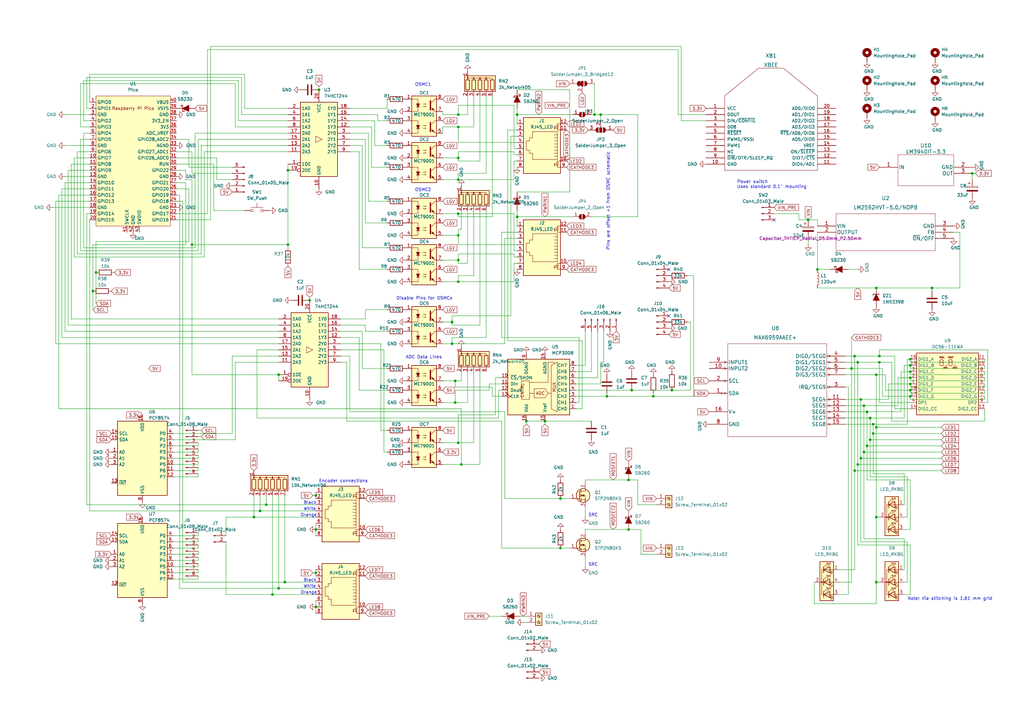
<source format=kicad_sch>
(kicad_sch (version 20230121) (generator eeschema)
  (paper "A3")
  (junction (at 187.96 96.52))
  (junction (at 356.87 171.45))
  (junction (at 351.79 190.5))
  (junction (at 360.68 148.59))
  (junction (at 267.97 162.56))
  (junction (at 229.87 224.79))
  (junction (at 373.38 162.56))
  (junction (at 335.28 110.49))
  (junction (at 187.96 115.57))
  (junction (at 360.68 146.05))
  (junction (at 373.38 154.94))
  (junction (at 189.23 190.5))
  (junction (at 356.87 180.34))
  (junction (at 354.33 166.37))
  (junction (at 187.96 64.77))
  (junction (at 187.96 181.61))
  (junction (at 373.38 152.4))
  (junction (at 186.69 156.21))
  (junction (at 129.54 217.17))
  (junction (at 118.11 100.33))
  (junction (at 257.81 196.85))
  (junction (at 373.38 160.02))
  (junction (at 38.1 119.38))
  (junction (at 350.52 193.04))
  (junction (at 373.38 149.86))
  (junction (at 39.37 111.76))
  (junction (at 114.3 153.67))
  (junction (at 243.84 46.99))
  (junction (at 104.14 212.09))
  (junction (at 358.14 177.8))
  (junction (at 373.38 147.32))
  (junction (at 109.22 207.01))
  (junction (at 359.41 212.09))
  (junction (at 106.68 209.55))
  (junction (at 129.54 234.95))
  (junction (at 353.06 163.83))
  (junction (at 349.25 151.13))
  (junction (at 116.84 238.76))
  (junction (at 114.3 241.3))
  (junction (at 223.52 172.72))
  (junction (at 187.96 46.99))
  (junction (at 359.41 153.67))
  (junction (at 212.09 46.99))
  (junction (at 257.81 217.17))
  (junction (at 373.38 157.48))
  (junction (at 353.06 187.96))
  (junction (at 355.6 168.91))
  (junction (at 359.41 118.11))
  (junction (at 259.08 160.02))
  (junction (at 229.87 204.47))
  (junction (at 187.96 106.68))
  (junction (at 355.6 182.88))
  (junction (at 129.54 203.2))
  (junction (at 185.42 132.08))
  (junction (at 246.38 46.99))
  (junction (at 187.96 52.07))
  (junction (at 187.96 87.63))
  (junction (at 185.42 140.97))
  (junction (at 359.41 238.76))
  (junction (at 350.52 146.05))
  (junction (at 358.14 173.99))
  (junction (at 382.27 118.11))
  (junction (at 215.9 172.72))
  (junction (at 398.78 71.12))
  (junction (at 127 123.19))
  (junction (at 111.76 243.84))
  (junction (at 359.41 175.26))
  (junction (at 354.33 185.42))
  (junction (at 118.11 69.85))
  (junction (at 331.47 90.17))
  (junction (at 187.96 73.66))
  (junction (at 129.54 248.92))
  (junction (at 275.59 160.02))
  (junction (at 351.79 148.59))
  (junction (at 186.69 165.1))
  (junction (at 212.09 88.9))
  (junction (at 248.92 162.56))
  (junction (at 78.74 100.33))
  (junction (at 130.81 36.83))
  (no_connect (at 274.32 129.54))
  (no_connect (at 274.32 110.49))
  (no_connect (at 317.5 90.17))
  (wire (pts (xy 373.38 167.64) (xy 367.03 167.64)))
  (wire (pts (xy 148.59 59.69) (xy 148.59 101.6)))
  (wire (pts (xy 191.77 39.37) (xy 191.77 46.99)))
  (wire (pts (xy 72.39 57.15) (xy 77.47 57.15)))
  (wire (pts (xy 350.52 193.04) (xy 350.52 146.05)))
  (wire (pts (xy 27.94 133.35) (xy 114.3 133.35)))
  (wire (pts (xy 372.11 173.99) (xy 358.14 173.99)))
  (wire (pts (xy 139.7 143.51) (xy 157.48 143.51)))
  (wire (pts (xy 149.86 133.35) (xy 149.86 135.89)))
  (wire (pts (xy 22.86 82.55) (xy 36.83 82.55)))
  (wire (pts (xy 281.94 113.03) (xy 284.48 113.03)))
  (wire (pts (xy 187.96 115.57) (xy 187.96 113.03)))
  (wire (pts (xy 77.47 77.47) (xy 77.47 99.06)))
  (wire (pts (xy 71.12 232.41) (xy 81.28 232.41)))
  (wire (pts (xy 96.52 148.59) (xy 114.3 148.59)))
  (wire (pts (xy 96.52 34.29) (xy 96.52 52.07)))
  (wire (pts (xy 129.54 233.68) (xy 129.54 234.95)))
  (wire (pts (xy 38.1 100.33) (xy 76.2 100.33)))
  (wire (pts (xy 344.17 243.84) (xy 347.98 243.84)))
  (wire (pts (xy 356.87 180.34) (xy 356.87 171.45)))
  (wire (pts (xy 71.12 187.96) (xy 81.28 187.96)))
  (wire (pts (xy 129.54 201.93) (xy 129.54 203.2)))
  (wire (pts (xy 210.82 62.23) (xy 210.82 63.5)))
  (wire (pts (xy 212.09 46.99) (xy 234.95 46.99)))
  (wire (pts (xy 36.83 30.48) (xy 100.33 30.48)))
  (wire (pts (xy 105.41 143.51) (xy 114.3 143.51)))
  (wire (pts (xy 87.63 67.31) (xy 87.63 86.36)))
  (wire (pts (xy 152.4 68.58) (xy 158.75 68.58)))
  (wire (pts (xy 24.13 80.01) (xy 36.83 80.01)))
  (wire (pts (xy 393.7 118.11) (xy 393.7 95.25)))
  (wire (pts (xy 143.51 62.23) (xy 147.32 62.23)))
  (wire (pts (xy 201.93 158.75) (xy 201.93 162.56)))
  (wire (pts (xy 111.76 203.2) (xy 111.76 243.84)))
  (wire (pts (xy 212.09 88.9) (xy 234.95 88.9)))
  (wire (pts (xy 212.09 55.88) (xy 209.55 55.88)))
  (wire (pts (xy 372.11 195.58) (xy 372.11 212.09)))
  (wire (pts (xy 147.32 160.02) (xy 158.75 160.02)))
  (wire (pts (xy 154.94 49.53) (xy 154.94 46.99)))
  (wire (pts (xy 38.1 100.33) (xy 38.1 119.38)))
  (wire (pts (xy 88.9 64.77) (xy 88.9 73.66)))
  (wire (pts (xy 36.83 52.07) (xy 33.02 52.07)))
  (wire (pts (xy 71.12 229.87) (xy 81.28 229.87)))
  (wire (pts (xy 78.74 153.67) (xy 114.3 153.67)))
  (wire (pts (xy 373.38 158.75) (xy 373.38 157.48)))
  (wire (pts (xy 403.86 147.32) (xy 403.86 148.59)))
  (wire (pts (xy 205.74 138.43) (xy 237.49 138.43)))
  (wire (pts (xy 242.57 88.9) (xy 261.62 88.9)))
  (wire (pts (xy 151.13 82.55) (xy 151.13 54.61)))
  (wire (pts (xy 247.65 148.59) (xy 247.65 135.89)))
  (wire (pts (xy 158.75 185.42) (xy 157.48 185.42)))
  (wire (pts (xy 78.74 62.23) (xy 78.74 71.12)))
  (wire (pts (xy 335.28 118.11) (xy 359.41 118.11)))
  (wire (pts (xy 85.09 20.32) (xy 85.09 87.63)))
  (wire (pts (xy 346.71 173.99) (xy 358.14 173.99)))
  (wire (pts (xy 262.89 217.17) (xy 262.89 227.33)))
  (wire (pts (xy 361.95 162.56) (xy 361.95 151.13)))
  (wire (pts (xy 149.86 91.44) (xy 158.75 91.44)))
  (wire (pts (xy 83.82 62.23) (xy 118.11 62.23)))
  (wire (pts (xy 187.96 93.98) (xy 189.23 93.98)))
  (wire (pts (xy 72.39 90.17) (xy 86.36 90.17)))
  (wire (pts (xy 143.51 168.91) (xy 207.01 168.91)))
  (wire (pts (xy 370.84 217.17) (xy 373.38 217.17)))
  (wire (pts (xy 199.39 86.36) (xy 199.39 138.43)))
  (wire (pts (xy 245.11 135.89) (xy 245.11 154.94)))
  (wire (pts (xy 405.13 143.51) (xy 405.13 165.1)))
  (wire (pts (xy 71.12 195.58) (xy 81.28 195.58)))
  (wire (pts (xy 398.78 71.12) (xy 398.78 73.66)))
  (wire (pts (xy 187.96 43.18) (xy 187.96 46.99)))
  (wire (pts (xy 92.71 212.09) (xy 92.71 219.71)))
  (wire (pts (xy 118.11 69.85) (xy 118.11 100.33)))
  (wire (pts (xy 386.08 185.42) (xy 354.33 185.42)))
  (wire (pts (xy 118.11 67.31) (xy 118.11 69.85)))
  (wire (pts (xy 35.56 207.01) (xy 35.56 87.63)))
  (wire (pts (xy 139.7 133.35) (xy 149.86 133.35)))
  (wire (pts (xy 187.96 107.95) (xy 191.77 107.95)))
  (wire (pts (xy 106.68 209.55) (xy 129.54 209.55)))
  (wire (pts (xy 116.84 238.76) (xy 74.93 238.76)))
  (wire (pts (xy 240.03 196.85) (xy 240.03 198.12)))
  (wire (pts (xy 34.29 54.61) (xy 34.29 101.6)))
  (wire (pts (xy 71.12 185.42) (xy 81.28 185.42)))
  (wire (pts (xy 210.82 87.63) (xy 210.82 102.87)))
  (wire (pts (xy 181.61 52.07) (xy 187.96 52.07)))
  (wire (pts (xy 186.69 165.1) (xy 186.69 160.02)))
  (wire (pts (xy 189.23 190.5) (xy 189.23 167.64)))
  (wire (pts (xy 36.83 54.61) (xy 34.29 54.61)))
  (wire (pts (xy 403.86 152.4) (xy 403.86 153.67)))
  (wire (pts (xy 331.47 100.33) (xy 331.47 97.79)))
  (wire (pts (xy 386.08 187.96) (xy 353.06 187.96)))
  (wire (pts (xy 74.93 238.76) (xy 74.93 82.55)))
  (wire (pts (xy 403.86 158.75) (xy 373.38 158.75)))
  (wire (pts (xy 86.36 19.05) (xy 279.4 19.05)))
  (wire (pts (xy 353.06 187.96) (xy 353.06 163.83)))
  (wire (pts (xy 335.28 110.49) (xy 340.36 110.49)))
  (wire (pts (xy 327.66 90.17) (xy 331.47 90.17)))
  (wire (pts (xy 370.84 238.76) (xy 372.11 238.76)))
  (wire (pts (xy 353.06 222.25) (xy 353.06 187.96)))
  (wire (pts (xy 194.31 39.37) (xy 194.31 52.07)))
  (wire (pts (xy 181.61 132.08) (xy 185.42 132.08)))
  (wire (pts (xy 71.12 237.49) (xy 81.28 237.49)))
  (wire (pts (xy 26.67 46.99) (xy 36.83 46.99)))
  (wire (pts (xy 331.47 90.17) (xy 335.28 90.17)))
  (wire (pts (xy 189.23 152.4) (xy 189.23 156.21)))
  (wire (pts (xy 205.74 95.25) (xy 212.09 95.25)))
  (wire (pts (xy 109.22 207.01) (xy 129.54 207.01)))
  (wire (pts (xy 350.52 146.05) (xy 360.68 146.05)))
  (wire (pts (xy 128.27 234.95) (xy 129.54 234.95)))
  (wire (pts (xy 369.57 152.4) (xy 369.57 168.91)))
  (wire (pts (xy 81.28 193.04) (xy 81.28 191.77)))
  (wire (pts (xy 153.67 59.69) (xy 158.75 59.69)))
  (wire (pts (xy 212.09 88.9) (xy 212.09 92.71)))
  (wire (pts (xy 149.86 130.81) (xy 149.86 127)))
  (wire (pts (xy 129.54 203.2) (xy 129.54 204.47)))
  (wire (pts (xy 346.71 168.91) (xy 355.6 168.91)))
  (wire (pts (xy 88.9 73.66) (xy 95.25 73.66)))
  (wire (pts (xy 100.33 44.45) (xy 118.11 44.45)))
  (wire (pts (xy 22.86 140.97) (xy 22.86 82.55)))
  (wire (pts (xy 246.38 148.59) (xy 247.65 148.59)))
  (wire (pts (xy 203.2 154.94) (xy 203.2 170.18)))
  (wire (pts (xy 181.61 140.97) (xy 185.42 140.97)))
  (wire (pts (xy 403.86 151.13) (xy 373.38 151.13)))
  (wire (pts (xy 240.03 208.28) (xy 240.03 212.09)))
  (wire (pts (xy 181.61 190.5) (xy 189.23 190.5)))
  (wire (pts (xy 34.29 101.6) (xy 80.01 101.6)))
  (wire (pts (xy 237.49 165.1) (xy 236.22 165.1)))
  (wire (pts (xy 236.22 167.64) (xy 238.76 167.64)))
  (wire (pts (xy 82.55 59.69) (xy 118.11 59.69)))
  (wire (pts (xy 143.51 44.45) (xy 158.75 44.45)))
  (wire (pts (xy 76.2 69.85) (xy 76.2 73.66)))
  (wire (pts (xy 248.92 161.29) (xy 248.92 162.56)))
  (wire (pts (xy 346.71 148.59) (xy 351.79 148.59)))
  (wire (pts (xy 36.83 41.91) (xy 36.83 30.48)))
  (wire (pts (xy 233.68 36.83) (xy 233.68 78.74)))
  (wire (pts (xy 181.61 73.66) (xy 187.96 73.66)))
  (wire (pts (xy 187.96 115.57) (xy 210.82 115.57)))
  (wire (pts (xy 181.61 46.99) (xy 187.96 46.99)))
  (wire (pts (xy 85.09 20.32) (xy 278.13 20.32)))
  (wire (pts (xy 181.61 96.52) (xy 187.96 96.52)))
  (wire (pts (xy 359.41 175.26) (xy 359.41 153.67)))
  (wire (pts (xy 370.84 149.86) (xy 370.84 171.45)))
  (wire (pts (xy 398.78 71.12) (xy 400.05 71.12)))
  (wire (pts (xy 370.84 233.68) (xy 370.84 220.98)))
  (wire (pts (xy 240.03 196.85) (xy 257.81 196.85)))
  (wire (pts (xy 104.14 203.2) (xy 104.14 212.09)))
  (wire (pts (xy 147.32 62.23) (xy 147.32 110.49)))
  (wire (pts (xy 403.86 156.21) (xy 373.38 156.21)))
  (wire (pts (xy 143.51 146.05) (xy 143.51 168.91)))
  (wire (pts (xy 187.96 87.63) (xy 210.82 87.63)))
  (wire (pts (xy 370.84 171.45) (xy 356.87 171.45)))
  (wire (pts (xy 187.96 73.66) (xy 210.82 73.66)))
  (wire (pts (xy 156.21 140.97) (xy 139.7 140.97)))
  (wire (pts (xy 156.21 176.53) (xy 156.21 140.97)))
  (wire (pts (xy 99.06 46.99) (xy 118.11 46.99)))
  (wire (pts (xy 36.83 44.45) (xy 35.56 44.45)))
  (wire (pts (xy 96.52 148.59) (xy 96.52 180.34)))
  (wire (pts (xy 403.86 160.02) (xy 403.86 161.29)))
  (wire (pts (xy 186.69 160.02) (xy 200.66 160.02)))
  (wire (pts (xy 373.38 223.52) (xy 351.79 223.52)))
  (wire (pts (xy 25.4 138.43) (xy 25.4 77.47)))
  (wire (pts (xy 364.49 157.48) (xy 364.49 163.83)))
  (wire (pts (xy 25.4 77.47) (xy 36.83 77.47)))
  (wire (pts (xy 148.59 101.6) (xy 158.75 101.6)))
  (wire (pts (xy 215.9 172.72) (xy 223.52 172.72)))
  (wire (pts (xy 81.28 57.15) (xy 118.11 57.15)))
  (wire (pts (xy 187.96 170.18) (xy 203.2 170.18)))
  (wire (pts (xy 30.48 64.77) (xy 30.48 105.41)))
  (wire (pts (xy 355.6 182.88) (xy 355.6 168.91)))
  (wire (pts (xy 181.61 64.77) (xy 187.96 64.77)))
  (wire (pts (xy 31.75 62.23) (xy 31.75 104.14)))
  (wire (pts (xy 237.49 138.43) (xy 237.49 165.1)))
  (wire (pts (xy 187.96 43.18) (xy 210.82 43.18)))
  (wire (pts (xy 212.09 44.45) (xy 212.09 46.99)))
  (wire (pts (xy 213.36 252.73) (xy 215.9 252.73)))
  (wire (pts (xy 373.38 243.84) (xy 373.38 223.52)))
  (wire (pts (xy 283.21 132.08) (xy 283.21 160.02)))
  (wire (pts (xy 236.22 157.48) (xy 246.38 157.48)))
  (wire (pts (xy 129.54 212.09) (xy 104.14 212.09)))
  (wire (pts (xy 386.08 193.04) (xy 350.52 193.04)))
  (wire (pts (xy 281.94 132.08) (xy 283.21 132.08)))
  (wire (pts (xy 370.84 194.31) (xy 358.14 194.31)))
  (wire (pts (xy 327.66 90.17) (xy 327.66 87.63)))
  (wire (pts (xy 71.12 222.25) (xy 81.28 222.25)))
  (wire (pts (xy 25.4 138.43) (xy 114.3 138.43)))
  (wire (pts (xy 143.51 52.07) (xy 152.4 52.07)))
  (wire (pts (xy 243.84 34.29) (xy 243.84 46.99)))
  (wire (pts (xy 361.95 151.13) (xy 349.25 151.13)))
  (wire (pts (xy 149.86 135.89) (xy 158.75 135.89)))
  (wire (pts (xy 73.66 80.01) (xy 73.66 241.3)))
  (wire (pts (xy 346.71 163.83) (xy 353.06 163.83)))
  (wire (pts (xy 359.41 175.26) (xy 359.41 212.09)))
  (wire (pts (xy 187.96 96.52) (xy 187.96 93.98)))
  (wire (pts (xy 27.94 69.85) (xy 27.94 133.35)))
  (wire (pts (xy 208.28 53.34) (xy 212.09 53.34)))
  (wire (pts (xy 386.08 182.88) (xy 355.6 182.88)))
  (wire (pts (xy 187.96 104.14) (xy 210.82 104.14)))
  (wire (pts (xy 187.96 46.99) (xy 191.77 46.99)))
  (wire (pts (xy 200.66 160.02) (xy 200.66 157.48)))
  (wire (pts (xy 279.4 19.05) (xy 279.4 49.53)))
  (wire (pts (xy 35.56 87.63) (xy 36.83 87.63)))
  (wire (pts (xy 71.12 227.33) (xy 81.28 227.33)))
  (wire (pts (xy 238.76 139.7) (xy 238.76 167.64)))
  (wire (pts (xy 259.08 160.02) (xy 275.59 160.02)))
  (wire (pts (xy 114.3 241.3) (xy 129.54 241.3)))
  (wire (pts (xy 97.79 49.53) (xy 118.11 49.53)))
  (wire (pts (xy 34.29 33.02) (xy 34.29 49.53)))
  (wire (pts (xy 229.87 224.79) (xy 233.68 224.79)))
  (wire (pts (xy 200.66 157.48) (xy 205.74 157.48)))
  (wire (pts (xy 36.83 49.53) (xy 34.29 49.53)))
  (wire (pts (xy 267.97 161.29) (xy 267.97 162.56)))
  (wire (pts (xy 71.12 224.79) (xy 81.28 224.79)))
  (wire (pts (xy 24.13 80.01) (xy 24.13 167.64)))
  (wire (pts (xy 139.7 138.43) (xy 147.32 138.43)))
  (wire (pts (xy 346.71 166.37) (xy 354.33 166.37)))
  (wire (pts (xy 96.52 52.07) (xy 118.11 52.07)))
  (wire (pts (xy 39.37 99.06) (xy 39.37 111.76)))
  (wire (pts (xy 207.01 204.47) (xy 229.87 204.47)))
  (wire (pts (xy 143.51 57.15) (xy 149.86 57.15)))
  (wire (pts (xy 33.02 57.15) (xy 33.02 102.87)))
  (wire (pts (xy 212.09 100.33) (xy 187.96 100.33)))
  (wire (pts (xy 212.09 46.99) (xy 212.09 50.8)))
  (wire (pts (xy 189.23 190.5) (xy 196.85 190.5)))
  (wire (pts (xy 158.75 49.53) (xy 154.94 49.53)))
  (wire (pts (xy 359.41 118.11) (xy 382.27 118.11)))
  (wire (pts (xy 363.22 153.67) (xy 359.41 153.67)))
  (wire (pts (xy 186.69 156.21) (xy 186.69 158.75)))
  (wire (pts (xy 82.55 179.07) (xy 81.28 179.07)))
  (wire (pts (xy 181.61 106.68) (xy 187.96 106.68)))
  (wire (pts (xy 142.24 148.59) (xy 139.7 148.59)))
  (wire (pts (xy 278.13 20.32) (xy 278.13 46.99)))
  (wire (pts (xy 71.12 190.5) (xy 81.28 190.5)))
  (wire (pts (xy 81.28 185.42) (xy 81.28 184.15)))
  (wire (pts (xy 185.42 138.43) (xy 199.39 138.43)))
  (wire (pts (xy 26.67 72.39) (xy 36.83 72.39)))
  (wire (pts (xy 262.89 227.33) (xy 269.24 227.33)))
  (wire (pts (xy 78.74 73.66) (xy 78.74 100.33)))
  (wire (pts (xy 36.83 209.55) (xy 106.68 209.55)))
  (wire (pts (xy 35.56 44.45) (xy 35.56 31.75)))
  (wire (pts (xy 205.74 172.72) (xy 205.74 224.79)))
  (wire (pts (xy 356.87 195.58) (xy 356.87 180.34)))
  (wire (pts (xy 187.96 71.12) (xy 199.39 71.12)))
  (wire (pts (xy 210.82 43.18) (xy 210.82 60.96)))
  (wire (pts (xy 187.96 52.07) (xy 194.31 52.07)))
  (wire (pts (xy 106.68 203.2) (xy 106.68 209.55)))
  (wire (pts (xy 212.09 86.36) (xy 212.09 88.9)))
  (wire (pts (xy 83.82 105.41) (xy 83.82 62.23)))
  (wire (pts (xy 354.33 185.42) (xy 354.33 166.37)))
  (wire (pts (xy 360.68 212.09) (xy 359.41 212.09)))
  (wire (pts (xy 359.41 212.09) (xy 359.41 238.76)))
  (wire (pts (xy 372.11 222.25) (xy 353.06 222.25)))
  (wire (pts (xy 187.96 66.04) (xy 187.96 64.77)))
  (wire (pts (xy 142.24 172.72) (xy 205.74 172.72)))
  (wire (pts (xy 36.83 67.31) (xy 29.21 67.31)))
  (wire (pts (xy 81.28 237.49) (xy 81.28 236.22)))
  (wire (pts (xy 143.51 46.99) (xy 154.94 46.99)))
  (wire (pts (xy 278.13 46.99) (xy 289.56 46.99)))
  (wire (pts (xy 35.56 207.01) (xy 109.22 207.01)))
  (wire (pts (xy 364.49 163.83) (xy 353.06 163.83)))
  (wire (pts (xy 92.71 243.84) (xy 111.76 243.84)))
  (wire (pts (xy 359.41 238.76) (xy 360.68 238.76)))
  (wire (pts (xy 30.48 105.41) (xy 83.82 105.41)))
  (wire (pts (xy 369.57 168.91) (xy 355.6 168.91)))
  (wire (pts (xy 153.67 49.53) (xy 153.67 59.69)))
  (wire (pts (xy 403.86 149.86) (xy 403.86 151.13)))
  (wire (pts (xy 139.7 135.89) (xy 148.59 135.89)))
  (wire (pts (xy 223.52 173.99) (xy 223.52 172.72)))
  (wire (pts (xy 181.61 156.21) (xy 186.69 156.21)))
  (wire (pts (xy 403.86 167.64) (xy 403.86 172.72)))
  (wire (pts (xy 373.38 196.85) (xy 355.6 196.85)))
  (wire (pts (xy 109.22 203.2) (xy 109.22 207.01)))
  (wire (pts (xy 187.96 73.66) (xy 187.96 71.12)))
  (wire (pts (xy 240.03 135.89) (xy 240.03 149.86)))
  (wire (pts (xy 36.83 64.77) (xy 30.48 64.77)))
  (wire (pts (xy 191.77 86.36) (xy 191.77 107.95)))
  (wire (pts (xy 363.22 160.02) (xy 363.22 153.67)))
  (wire (pts (xy 36.83 62.23) (xy 31.75 62.23)))
  (wire (pts (xy 363.22 160.02) (xy 373.38 160.02)))
  (wire (pts (xy 370.84 243.84) (xy 373.38 243.84)))
  (wire (pts (xy 36.83 69.85) (xy 27.94 69.85)))
  (wire (pts (xy 210.82 73.66) (xy 210.82 66.04)))
  (wire (pts (xy 81.28 234.95) (xy 81.28 233.68)))
  (wire (pts (xy 111.76 243.84) (xy 129.54 243.84)))
  (wire (pts (xy 148.59 151.13) (xy 158.75 151.13)))
  (wire (pts (xy 279.4 49.53) (xy 289.56 49.53)))
  (wire (pts (xy 386.08 175.26) (xy 359.41 175.26)))
  (wire (pts (xy 201.93 39.37) (xy 201.93 88.9)))
  (wire (pts (xy 148.59 135.89) (xy 148.59 151.13)))
  (wire (pts (xy 100.33 30.48) (xy 100.33 44.45)))
  (wire (pts (xy 73.66 241.3) (xy 114.3 241.3)))
  (wire (pts (xy 373.38 157.48) (xy 364.49 157.48)))
  (wire (pts (xy 372.11 147.32) (xy 372.11 173.99)))
  (wire (pts (xy 386.08 177.8) (xy 358.14 177.8)))
  (wire (pts (xy 257.81 196.85) (xy 261.62 196.85)))
  (wire (pts (xy 210.82 104.14) (xy 210.82 105.41)))
  (wire (pts (xy 351.79 190.5) (xy 351.79 148.59)))
  (wire (pts (xy 181.61 87.63) (xy 187.96 87.63)))
  (wire (pts (xy 334.01 238.76) (xy 334.01 247.65)))
  (wire (pts (xy 81.28 224.79) (xy 81.28 223.52)))
  (wire (pts (xy 236.22 162.56) (xy 248.92 162.56)))
  (wire (pts (xy 71.12 193.04) (xy 81.28 193.04)))
  (wire (pts (xy 116.84 203.2) (xy 116.84 238.76)))
  (wire (pts (xy 365.76 148.59) (xy 360.68 148.59)))
  (wire (pts (xy 158.75 44.45) (xy 158.75 40.64)))
  (wire (pts (xy 196.85 86.36) (xy 196.85 133.35)))
  (wire (pts (xy 189.23 86.36) (xy 189.23 93.98)))
  (wire (pts (xy 181.61 115.57) (xy 187.96 115.57)))
  (wire (pts (xy 386.08 180.34) (xy 356.87 180.34)))
  (wire (pts (xy 82.55 104.14) (xy 82.55 59.69)))
  (wire (pts (xy 72.39 80.01) (xy 73.66 80.01)))
  (wire (pts (xy 275.59 160.02) (xy 283.21 160.02)))
  (wire (pts (xy 139.7 130.81) (xy 149.86 130.81)))
  (wire (pts (xy 186.69 165.1) (xy 191.77 165.1)))
  (wire (pts (xy 210.82 102.87) (xy 212.09 102.87)))
  (wire (pts (xy 373.38 147.32) (xy 372.11 147.32)))
  (wire (pts (xy 72.39 62.23) (xy 78.74 62.23)))
  (wire (pts (xy 81.28 176.53) (xy 82.55 176.53)))
  (wire (pts (xy 373.38 163.83) (xy 373.38 162.56)))
  (wire (pts (xy 210.82 105.41) (xy 212.09 105.41)))
  (wire (pts (xy 261.62 207.01) (xy 261.62 196.85)))
  (wire (pts (xy 346.71 151.13) (xy 349.25 151.13)))
  (wire (pts (xy 354.33 220.98) (xy 354.33 185.42)))
  (wire (pts (xy 360.68 146.05) (xy 367.03 146.05)))
  (wire (pts (xy 207.01 97.79) (xy 207.01 140.97)))
  (wire (pts (xy 187.96 64.77) (xy 187.96 62.23)))
  (wire (pts (xy 72.39 87.63) (xy 85.09 87.63)))
  (wire (pts (xy 187.96 58.42) (xy 212.09 58.42)))
  (wire (pts (xy 349.25 151.13) (xy 349.25 138.43)))
  (wire (pts (xy 129.54 248.92) (xy 129.54 251.46)))
  (wire (pts (xy 185.42 138.43) (xy 185.42 140.97)))
  (wire (pts (xy 72.39 77.47) (xy 77.47 77.47)))
  (wire (pts (xy 334.01 247.65) (xy 359.41 247.65)))
  (wire (pts (xy 147.32 138.43) (xy 147.32 160.02)))
  (wire (pts (xy 365.76 172.72) (xy 403.86 172.72)))
  (wire (pts (xy 386.08 190.5) (xy 351.79 190.5)))
  (wire (pts (xy 365.76 148.59) (xy 365.76 172.72)))
  (wire (pts (xy 212.09 36.83) (xy 233.68 36.83)))
  (wire (pts (xy 80.01 54.61) (xy 118.11 54.61)))
  (wire (pts (xy 267.97 162.56) (xy 284.48 162.56)))
  (wire (pts (xy 373.38 148.59) (xy 373.38 147.32)))
  (wire (pts (xy 214.63 255.27) (xy 215.9 255.27)))
  (wire (pts (xy 185.42 132.08) (xy 185.42 133.35)))
  (wire (pts (xy 229.87 224.79) (xy 205.74 224.79)))
  (wire (pts (xy 199.39 39.37) (xy 199.39 71.12)))
  (wire (pts (xy 344.17 233.68) (xy 350.52 233.68)))
  (wire (pts (xy 187.96 96.52) (xy 187.96 100.33)))
  (wire (pts (xy 142.24 148.59) (xy 142.24 172.72)))
  (wire (pts (xy 208.28 53.34) (xy 208.28 139.7)))
  (wire (pts (xy 240.03 217.17) (xy 257.81 217.17)))
  (wire (pts (xy 187.96 52.07) (xy 187.96 58.42)))
  (wire (pts (xy 347.98 243.84) (xy 347.98 158.75)))
  (wire (pts (xy 76.2 73.66) (xy 78.74 73.66)))
  (wire (pts (xy 346.71 153.67) (xy 359.41 153.67)))
  (wire (pts (xy 373.38 162.56) (xy 361.95 162.56)))
  (wire (pts (xy 72.39 67.31) (xy 87.63 67.31)))
  (wire (pts (xy 373.38 151.13) (xy 373.38 149.86)))
  (wire (pts (xy 29.21 67.31) (xy 29.21 130.81)))
  (wire (pts (xy 372.11 238.76) (xy 372.11 222.25)))
  (wire (pts (xy 373.38 156.21) (xy 373.38 154.94)))
  (wire (pts (xy 368.3 166.37) (xy 354.33 166.37)))
  (wire (pts (xy 186.69 158.75) (xy 201.93 158.75)))
  (wire (pts (xy 191.77 152.4) (xy 191.77 165.1)))
  (wire (pts (xy 261.62 46.99) (xy 261.62 88.9)))
  (wire (pts (xy 373.38 161.29) (xy 373.38 160.02)))
  (wire (pts (xy 33.02 102.87) (xy 81.28 102.87)))
  (wire (pts (xy 185.42 133.35) (xy 196.85 133.35)))
  (wire (pts (xy 360.68 148.59) (xy 351.79 148.59)))
  (wire (pts (xy 36.83 57.15) (xy 33.02 57.15)))
  (wire (pts (xy 139.7 146.05) (xy 143.51 146.05)))
  (wire (pts (xy 143.51 49.53) (xy 153.67 49.53)))
  (wire (pts (xy 212.09 78.74) (xy 233.68 78.74)))
  (wire (pts (xy 240.03 228.6) (xy 240.03 232.41)))
  (wire (pts (xy 129.54 217.17) (xy 129.54 219.71)))
  (wire (pts (xy 346.71 171.45) (xy 356.87 171.45)))
  (wire (pts (xy 118.11 100.33) (xy 78.74 100.33)))
  (wire (pts (xy 373.38 153.67) (xy 373.38 152.4)))
  (wire (pts (xy 347.98 158.75) (xy 346.71 158.75)))
  (wire (pts (xy 81.28 227.33) (xy 81.28 226.06)))
  (wire (pts (xy 346.71 146.05) (xy 350.52 146.05)))
  (wire (pts (xy 236.22 152.4) (xy 242.57 152.4)))
  (wire (pts (xy 36.83 90.17) (xy 36.83 209.55)))
  (wire (pts (xy 99.06 31.75) (xy 99.06 46.99)))
  (wire (pts (xy 80.01 54.61) (xy 80.01 101.6)))
  (wire (pts (xy 33.02 34.29) (xy 96.52 34.29)))
  (wire (pts (xy 81.28 229.87) (xy 81.28 228.6)))
  (wire (pts (xy 350.52 233.68) (xy 350.52 193.04)))
  (wire (pts (xy 403.86 154.94) (xy 403.86 156.21)))
  (wire (pts (xy 77.47 57.15) (xy 77.47 68.58)))
  (wire (pts (xy 355.6 182.88) (xy 355.6 196.85)))
  (wire (pts (xy 181.61 181.61) (xy 187.96 181.61)))
  (wire (pts (xy 185.42 132.08) (xy 185.42 129.54)))
  (wire (pts (xy 72.39 69.85) (xy 76.2 69.85)))
  (wire (pts (xy 26.67 74.93) (xy 36.83 74.93)))
  (wire (pts (xy 223.52 172.72) (xy 242.57 172.72)))
  (wire (pts (xy 335.28 95.25) (xy 335.28 110.49)))
  (wire (pts (xy 130.81 35.56) (xy 130.81 36.83)))
  (wire (pts (xy 344.17 238.76) (xy 349.25 238.76)))
  (wire (pts (xy 236.22 154.94) (xy 245.11 154.94)))
  (wire (pts (xy 209.55 55.88) (xy 209.55 129.54)))
  (wire (pts (xy 81.28 182.88) (xy 81.28 181.61)))
  (wire (pts (xy 129.54 214.63) (xy 129.54 217.17)))
  (wire (pts (xy 152.4 52.07) (xy 152.4 68.58)))
  (wire (pts (xy 257.81 217.17) (xy 262.89 217.17)))
  (wire (pts (xy 35.56 31.75) (xy 99.06 31.75)))
  (wire (pts (xy 187.96 62.23) (xy 210.82 62.23)))
  (wire (pts (xy 403.86 148.59) (xy 373.38 148.59)))
  (wire (pts (xy 114.3 153.67) (xy 114.3 156.21)))
  (wire (pts (xy 403.86 161.29) (xy 373.38 161.29)))
  (wire (pts (xy 215.9 173.99) (xy 215.9 172.72)))
  (wire (pts (xy 97.79 33.02) (xy 97.79 49.53)))
  (wire (pts (xy 210.82 107.95) (xy 212.09 107.95)))
  (wire (pts (xy 284.48 113.03) (xy 284.48 162.56)))
  (wire (pts (xy 370.84 212.09) (xy 372.11 212.09)))
  (wire (pts (xy 127 121.92) (xy 127 123.19)))
  (wire (pts (xy 370.84 220.98) (xy 354.33 220.98)))
  (wire (pts (xy 368.3 154.94) (xy 368.3 166.37)))
  (wire (pts (xy 236.22 149.86) (xy 240.03 149.86)))
  (wire (pts (xy 194.31 86.36) (xy 194.31 113.03)))
  (wire (pts (xy 81.28 195.58) (xy 81.28 194.31)))
  (wire (pts (xy 22.86 140.97) (xy 114.3 140.97)))
  (wire (pts (xy 33.02 52.07) (xy 33.02 34.29)))
  (wire (pts (xy 360.68 165.1) (xy 360.68 148.59)))
  (wire (pts (xy 405.13 143.51) (xy 360.68 143.51)))
  (wire (pts (xy 187.96 106.68) (xy 187.96 107.95)))
  (wire (pts (xy 207.01 168.91) (xy 207.01 204.47)))
  (wire (pts (xy 26.67 135.89) (xy 114.3 135.89)))
  (wire (pts (xy 71.12 219.71) (xy 81.28 219.71)))
  (wire (pts (xy 373.38 152.4) (xy 369.57 152.4)))
  (wire (pts (xy 196.85 39.37) (xy 196.85 66.04)))
  (wire (pts (xy 77.47 99.06) (xy 39.37 99.06)))
  (wire (pts (xy 403.86 163.83) (xy 373.38 163.83)))
  (wire (pts (xy 246.38 46.99) (xy 261.62 46.99)))
  (wire (pts (xy 81.28 232.41) (xy 81.28 231.14)))
  (wire (pts (xy 157.48 143.51) (xy 157.48 185.42)))
  (wire (pts (xy 87.63 86.36) (xy 100.33 86.36)))
  (wire (pts (xy 187.96 181.61) (xy 194.31 181.61)))
  (wire (pts (xy 367.03 167.64) (xy 367.03 146.05)))
  (wire (pts (xy 95.25 146.05) (xy 95.25 177.8)))
  (wire (pts (xy 147.32 110.49) (xy 158.75 110.49)))
  (wire (pts (xy 210.82 66.04) (xy 212.09 66.04)))
  (wire (pts (xy 207.01 97.79) (xy 212.09 97.79)))
  (wire (pts (xy 382.27 118.11) (xy 393.7 118.11)))
  (wire (pts (xy 372.11 195.58) (xy 356.87 195.58)))
  (wire (pts (xy 373.38 154.94) (xy 368.3 154.94)))
  (wire (pts (xy 393.7 95.25) (xy 391.16 95.25)))
  (wire (pts (xy 403.86 165.1) (xy 405.13 165.1)))
  (wire (pts (xy 143.51 54.61) (xy 151.13 54.61)))
  (wire (pts (xy 403.86 153.67) (xy 373.38 153.67)))
  (wire (pts (xy 29.21 130.81) (xy 114.3 130.81)))
  (wire (pts (xy 373.38 149.86) (xy 370.84 149.86)))
  (wire (pts (xy 114.3 203.2) (xy 114.3 241.3)))
  (wire (pts (xy 373.38 217.17) (xy 373.38 196.85)))
  (wire (pts (xy 205.74 154.94) (xy 203.2 154.94)))
  (wire (pts (xy 72.39 64.77) (xy 88.9 64.77)))
  (wire (pts (xy 351.79 190.5) (xy 351.79 223.52)))
  (wire (pts (xy 71.12 180.34) (xy 96.52 180.34)))
  (wire (pts (xy 204.47 160.02) (xy 204.47 171.45)))
  (wire (pts (xy 246.38 157.48) (xy 246.38 148.59)))
  (wire (pts (xy 205.74 160.02) (xy 204.47 160.02)))
  (wire (pts (xy 86.36 90.17) (xy 86.36 19.05)))
  (wire (pts (xy 76.2 100.33) (xy 76.2 74.93)))
  (wire (pts (xy 210.82 60.96) (xy 212.09 60.96)))
  (wire (pts (xy 246.38 46.99) (xy 243.84 46.99)))
  (wire (pts (xy 187.96 170.18) (xy 187.96 181.61)))
  (wire (pts (xy 358.14 177.8) (xy 358.14 173.99)))
  (wire (pts (xy 129.54 234.95) (xy 129.54 236.22)))
  (wire (pts (xy 335.28 90.17) (xy 335.28 92.71)))
  (wire (pts (xy 104.14 212.09) (xy 92.71 212.09)))
  (wire (pts (xy 92.71 243.84) (xy 92.71 222.25)))
  (wire (pts (xy 71.12 234.95) (xy 81.28 234.95)))
  (wire (pts (xy 242.57 135.89) (xy 242.57 152.4)))
  (wire (pts (xy 105.41 171.45) (xy 204.47 171.45)))
  (wire (pts (xy 359.41 238.76) (xy 359.41 247.65)))
  (wire (pts (xy 143.51 59.69) (xy 148.59 59.69)))
  (wire (pts (xy 81.28 219.71) (xy 81.28 218.44)))
  (wire (pts (xy 24.13 167.64) (xy 189.23 167.64)))
  (wire (pts (xy 118.11 101.6) (xy 118.11 100.33)))
  (wire (pts (xy 38.1 119.38) (xy 38.1 127)))
  (wire (pts (xy 181.61 46.99) (xy 181.61 45.72)))
  (wire (pts (xy 116.84 238.76) (xy 129.54 238.76)))
  (wire (pts (xy 236.22 160.02) (xy 259.08 160.02)))
  (wire (pts (xy 187.96 106.68) (xy 187.96 104.14)))
  (wire (pts (xy 151.13 82.55) (xy 158.75 82.55)))
  (wire (pts (xy 187.96 66.04) (xy 196.85 66.04)))
  (wire (pts (xy 382.27 118.11) (xy 382.27 119.38)))
  (wire (pts (xy 187.96 88.9) (xy 201.93 88.9)))
  (wire (pts (xy 246.38 49.53) (xy 246.38 46.99)))
  (wire (pts (xy 242.57 46.99) (xy 243.84 46.99)))
  (wire (pts (xy 81.28 57.15) (xy 81.28 102.87)))
  (wire (pts (xy 77.47 68.58) (xy 95.25 68.58)))
  (wire (pts (xy 26.67 74.93) (xy 26.67 135.89)))
  (wire (pts (xy 210.82 63.5) (xy 212.09 63.5)))
  (wire (pts (xy 200.66 252.73) (xy 205.74 252.73)))
  (wire (pts (xy 186.69 156.21) (xy 189.23 156.21)))
  (wire (pts (xy 76.2 74.93) (xy 72.39 74.93)))
  (wire (pts (xy 149.86 57.15) (xy 149.86 91.44)))
  (wire (pts (xy 26.67 59.69) (xy 36.83 59.69)))
  (wire (pts (xy 34.29 33.02) (xy 97.79 33.02)))
  (wire (pts (xy 187.96 87.63) (xy 187.96 88.9)))
  (wire (pts (xy 403.86 162.56) (xy 403.86 163.83)))
  (wire (pts (xy 201.93 162.56) (xy 205.74 162.56)))
  (wire (pts (xy 21.59 85.09) (xy 36.83 85.09)))
  (wire (pts (xy 81.28 222.25) (xy 81.28 220.98)))
  (wire (pts (xy 373.38 165.1) (xy 360.68 165.1)))
  (wire (pts (xy 71.12 182.88) (xy 81.28 182.88)))
  (wire (pts (xy 74.93 82.55) (xy 72.39 82.55)))
  (wire (pts (xy 128.27 203.2) (xy 129.54 203.2)))
  (wire (pts (xy 229.87 204.47) (xy 233.68 204.47)))
  (wire (pts (xy 39.37 111.76) (xy 39.37 124.46)))
  (wire (pts (xy 129.54 246.38) (xy 129.54 248.92)))
  (wire (pts (xy 185.42 140.97) (xy 207.01 140.97)))
  (wire (pts (xy 185.42 129.54) (xy 209.55 129.54)))
  (wire (pts (xy 95.25 146.05) (xy 114.3 146.05)))
  (wire (pts (xy 269.24 207.01) (xy 261.62 207.01)))
  (wire (pts (xy 403.86 157.48) (xy 403.86 158.75)))
  (wire (pts (xy 327.66 87.63) (xy 317.5 87.63)))
  (wire (pts (xy 196.85 152.4) (xy 196.85 190.5)))
  (wire (pts (xy 81.28 190.5) (xy 81.28 189.23)))
  (wire (pts (xy 205.74 95.25) (xy 205.74 138.43)))
  (wire (pts (xy 71.12 177.8) (xy 95.25 177.8)))
  (wire (pts (xy 149.86 127) (xy 158.75 127)))
  (wire (pts (xy 31.75 104.14) (xy 82.55 104.14)))
  (wire (pts (xy 248.92 162.56) (xy 267.97 162.56)))
  (wire (pts (xy 349.25 238.76) (xy 349.25 151.13)))
  (wire (pts (xy 158.75 176.53) (xy 156.21 176.53)))
  (wire (pts (xy 81.28 187.96) (xy 81.28 186.69)))
  (wire (pts (xy 358.14 194.31) (xy 358.14 177.8)))
  (wire (pts (xy 210.82 115.57) (xy 210.82 107.95)))
  (wire (pts (xy 78.74 71.12) (xy 95.25 71.12)))
  (wire (pts (xy 240.03 217.17) (xy 240.03 218.44)))
  (wire (pts (xy 187.96 113.03) (xy 194.31 113.03)))
  (wire (pts (xy 181.61 52.07) (xy 181.61 54.61)))
  (wire (pts (xy 370.84 194.31) (xy 370.84 207.01)))
  (wire (pts (xy 181.61 165.1) (xy 186.69 165.1)))
  (wire (pts (xy 78.74 100.33) (xy 78.74 153.67)))
  (wire (pts (xy 208.28 139.7) (xy 238.76 139.7)))
  (wire (pts (xy 347.98 110.49) (xy 351.79 110.49)))
  (wire (pts (xy 105.41 143.51) (xy 105.41 171.45)))
  (wire (pts (xy 194.31 152.4) (xy 194.31 181.61)))
  (wire (pts (xy 360.68 143.51) (xy 360.68 146.05)))
  (text "Encoder connections" (at 130.81 198.12 0) (effects (font (size 1.27 1.27)) (justify left bottom)))
  (text "Black" (at 124.46 238.76 0) (effects (font (size 1.27 1.27)) (justify left bottom)))
  (text "Disable Pins for OSMCs" (at 162.56 123.19 0) (effects (font (size 1.27 1.27)) (justify left bottom)))
  (text "White" (at 124.46 209.55 0) (effects (font (size 1.27 1.27)) (justify left bottom)))
  (text "OSMC2" (at 170.18 78.74 0) (effects (font (size 1.27 1.27)) (justify left bottom)))
  (text "OSMC1" (at 170.18 35.56 0) (effects (font (size 1.27 1.27)) (justify left bottom)))
  (text "ADC Data Lines" (at 166.37 147.32 0) (effects (font (size 1.27 1.27)) (justify left bottom)))
  (text "SRC" (at 241.3 232.41 0) (effects (font (size 1.27 1.27)) (justify left bottom)))
  (text "Orange" (at 123.19 212.09 0) (effects (font (size 1.27 1.27)) (justify left bottom)))
  (text "Note: Via stitching is 1.61 mm grid" (at 372.11 246.38 0) (effects (font (size 1.27 1.27) italic) (justify left bottom)))
  (text "Pins are offset +1 from OSMC schematic" (at 250.19 62.23 90) (effects (font (size 1.27 1.27)) (justify right bottom)))
  (text "Black" (at 124.46 207.01 0) (effects (font (size 1.27 1.27)) (justify left bottom)))
  (text "White" (at 124.46 241.3 0) (effects (font (size 1.27 1.27)) (justify left bottom)))
  (text "SRC" (at 241.3 212.09 0) (effects (font (size 1.27 1.27)) (justify left bottom)))
  (text "Power switch\nUses standard 0.1\" mounting" (at 302.26 77.47 0) (effects (font (size 1.27 1.27)) (justify left bottom)))
  (text "Orange" (at 123.19 243.84 0) (effects (font (size 1.27 1.27)) (justify left bottom)))
  (global_label "LED6" (shape input) (at 386.08 187.96 0) (property "Intersheetrefs" "${INTERSHEET_REFS}" (effects hide)))
  (global_label "LGV" (shape input) (at 181.61 135.89 0) (property "Intersheetrefs" "${INTERSHEET_REFS}" (effects hide)))
  (global_label "LGV" (shape input) (at 181.61 49.53 0) (property "Intersheetrefs" "${INTERSHEET_REFS}" (effects hide)))
  (global_label "CATHODE3" (shape input) (at 149.86 219.71 0) (property "Intersheetrefs" "${INTERSHEET_REFS}" (effects hide)))
  (global_label "LED2" (shape input) (at 386.08 177.8 0) (property "Intersheetrefs" "${INTERSHEET_REFS}" (effects hide)))
  (global_label "LED8" (shape input) (at 149.86 248.92 0) (property "Intersheetrefs" "${INTERSHEET_REFS}" (effects hide)))
  (global_label "CATHODE3" (shape input) (at 232.41 110.49 0) (property "Intersheetrefs" "${INTERSHEET_REFS}" (effects hide)))
  (global_label "LGV" (shape input) (at 181.61 110.49 0) (property "Intersheetrefs" "${INTERSHEET_REFS}" (effects hide)))
  (global_label "SCL" (shape input) (at 38.1 127 0) (property "Intersheetrefs" "${INTERSHEET_REFS}" (effects hide)))
  (global_label "LGV" (shape input) (at 181.61 91.44 0) (property "Intersheetrefs" "${INTERSHEET_REFS}" (effects hide)))
  (global_label "5V" (shape input) (at 60.96 151.13 0) (property "Intersheetrefs" "${INTERSHEET_REFS}" (effects hide)))
  (global_label "LED6" (shape input) (at 149.86 217.17 0) (property "Intersheetrefs" "${INTERSHEET_REFS}" (effects hide)))
  (global_label "3.3V" (shape input) (at 104.14 193.04 90) (property "Intersheetrefs" "${INTERSHEET_REFS}" (effects hide)))
  (global_label "5V" (shape input) (at 130.81 35.56 90) (property "Intersheetrefs" "${INTERSHEET_REFS}" (effects hide)))
  (global_label "3.3V" (shape input) (at 400.05 71.12 0) (property "Intersheetrefs" "${INTERSHEET_REFS}" (effects hide)))
  (global_label "LGV" (shape input) (at 181.61 40.64 0) (property "Intersheetrefs" "${INTERSHEET_REFS}" (effects hide)))
  (global_label "LED7" (shape input) (at 386.08 190.5 0) (property "Intersheetrefs" "${INTERSHEET_REFS}" (effects hide)))
  (global_label "5V" (shape input) (at 215.9 173.99 270) (property "Intersheetrefs" "${INTERSHEET_REFS}" (effects hide)))
  (global_label "SCL" (shape input) (at 82.55 176.53 0) (property "Intersheetrefs" "${INTERSHEET_REFS}" (effects hide)))
  (global_label "3.3V" (shape input) (at 58.42 170.18 180) (property "Intersheetrefs" "${INTERSHEET_REFS}" (effects hide)))
  (global_label "MOSFET2" (shape input) (at 251.46 217.17 90) (property "Intersheetrefs" "${INTERSHEET_REFS}" (effects hide)))
  (global_label "VIN_PRE" (shape input) (at 200.66 252.73 180) (property "Intersheetrefs" "${INTERSHEET_REFS}" (effects hide)))
  (global_label "LED4" (shape input) (at 232.41 107.95 0) (property "Intersheetrefs" "${INTERSHEET_REFS}" (effects hide)))
  (global_label "5V" (shape input) (at 223.52 173.99 270) (property "Intersheetrefs" "${INTERSHEET_REFS}" (effects hide)))
  (global_label "VIN_PRE" (shape input) (at 233.68 43.18 180) (property "Intersheetrefs" "${INTERSHEET_REFS}" (effects hide)))
  (global_label "3.3V" (shape input) (at 46.99 111.76 0) (property "Intersheetrefs" "${INTERSHEET_REFS}" (effects hide)))
  (global_label "3.3V" (shape input) (at 241.3 53.34 180) (property "Intersheetrefs" "${INTERSHEET_REFS}" (effects hide)))
  (global_label "5V" (shape input) (at 128.27 234.95 180) (property "Intersheetrefs" "${INTERSHEET_REFS}" (effects hide)))
  (global_label "5V" (shape input) (at 290.83 168.91 180) (property "Intersheetrefs" "${INTERSHEET_REFS}" (effects hide)))
  (global_label "LED4" (shape input) (at 386.08 182.88 0) (property "Intersheetrefs" "${INTERSHEET_REFS}" (effects hide)))
  (global_label "5V" (shape input) (at 351.79 118.11 270) (property "Intersheetrefs" "${INTERSHEET_REFS}" (effects hide)))
  (global_label "LED1" (shape input) (at 386.08 175.26 0) (property "Intersheetrefs" "${INTERSHEET_REFS}" (effects hide)))
  (global_label "PWRIN3" (shape input) (at 214.63 252.73 90) (property "Intersheetrefs" "${INTERSHEET_REFS}" (effects hide)))
  (global_label "CATHODE3" (shape input) (at 232.41 53.34 270) (property "Intersheetrefs" "${INTERSHEET_REFS}" (effects hide)))
  (global_label "5V" (shape input) (at 220.98 264.16 0) (property "Intersheetrefs" "${INTERSHEET_REFS}" (effects hide)))
  (global_label "LGV" (shape input) (at 181.61 127 0) (property "Intersheetrefs" "${INTERSHEET_REFS}" (effects hide)))
  (global_label "5V" (shape input) (at 360.68 68.58 180) (property "Intersheetrefs" "${INTERSHEET_REFS}" (effects hide)))
  (global_label "VIN" (shape input) (at 269.24 204.47 180) (property "Intersheetrefs" "${INTERSHEET_REFS}" (effects hide)))
  (global_label "CATHODE3" (shape input) (at 149.86 251.46 0) (property "Intersheetrefs" "${INTERSHEET_REFS}" (effects hide)))
  (global_label "5V" (shape input) (at 127 121.92 90) (property "Intersheetrefs" "${INTERSHEET_REFS}" (effects hide)))
  (global_label "LGV" (shape input) (at 181.61 82.55 0) (property "Intersheetrefs" "${INTERSHEET_REFS}" (effects hide)))
  (global_label "LED5" (shape input) (at 149.86 201.93 0) (property "Intersheetrefs" "${INTERSHEET_REFS}" (effects hide)))
  (global_label "LED8" (shape input) (at 386.08 193.04 0) (property "Intersheetrefs" "${INTERSHEET_REFS}" (effects hide)))
  (global_label "VIN" (shape input) (at 257.81 209.55 90) (property "Intersheetrefs" "${INTERSHEET_REFS}" (effects hide)))
  (global_label "LGV" (shape input) (at 238.76 38.1 270) (property "Intersheetrefs" "${INTERSHEET_REFS}" (effects hide)))
  (global_label "SDA" (shape input) (at 82.55 179.07 0) (property "Intersheetrefs" "${INTERSHEET_REFS}" (effects hide)))
  (global_label "SDA" (shape input) (at 45.72 222.25 180) (property "Intersheetrefs" "${INTERSHEET_REFS}" (effects hide)))
  (global_label "CATHODE3" (shape input) (at 149.86 236.22 0) (property "Intersheetrefs" "${INTERSHEET_REFS}" (effects hide)))
  (global_label "CATHODE3" (shape input) (at 149.86 204.47 0) (property "Intersheetrefs" "${INTERSHEET_REFS}" (effects hide)))
  (global_label "LGV" (shape input) (at 181.61 59.69 0) (property "Intersheetrefs" "${INTERSHEET_REFS}" (effects hide)))
  (global_label "5V" (shape input) (at 274.32 118.11 0) (property "Intersheetrefs" "${INTERSHEET_REFS}" (effects hide)))
  (global_label "5V" (shape input) (at 274.32 137.16 0) (property "Intersheetrefs" "${INTERSHEET_REFS}" (effects hide)))
  (global_label "5V" (shape input) (at 181.61 176.53 0) (property "Intersheetrefs" "${INTERSHEET_REFS}" (effects hide)))
  (global_label "5V" (shape input) (at 251.46 53.34 0) (property "Intersheetrefs" "${INTERSHEET_REFS}" (effects hide)))
  (global_label "LED3" (shape input) (at 386.08 180.34 0) (property "Intersheetrefs" "${INTERSHEET_REFS}" (effects hide)))
  (global_label "3.3V" (shape input) (at 181.61 185.42 0) (property "Intersheetrefs" "${INTERSHEET_REFS}" (effects hide)))
  (global_label "VIN" (shape input) (at 331.47 90.17 90) (property "Intersheetrefs" "${INTERSHEET_REFS}" (effects hide)))
  (global_label "LED1" (shape input) (at 232.41 50.8 0) (property "Intersheetrefs" "${INTERSHEET_REFS}" (effects hide)))
  (global_label "5V" (shape input) (at 220.98 275.59 0) (property "Intersheetrefs" "${INTERSHEET_REFS}" (effects hide)))
  (global_label "3.3V" (shape input) (at 45.72 227.33 180) (property "Intersheetrefs" "${INTERSHEET_REFS}" (effects hide)))
  (global_label "SDA" (shape input) (at 39.37 124.46 0) (property "Intersheetrefs" "${INTERSHEET_REFS}" (effects hide)))
  (global_label "LED5" (shape input) (at 386.08 185.42 0) (property "Intersheetrefs" "${INTERSHEET_REFS}" (effects hide)))
  (global_label "SCL" (shape input) (at 290.83 156.21 180) (property "Intersheetrefs" "${INTERSHEET_REFS}" (effects hide)))
  (global_label "SDA" (shape input) (at 45.72 180.34 180) (property "Intersheetrefs" "${INTERSHEET_REFS}" (effects hide)))
  (global_label "SCL" (shape input) (at 45.72 219.71 180) (property "Intersheetrefs" "${INTERSHEET_REFS}" (effects hide)))
  (global_label "PWRIN2" (shape input) (at 220.98 46.99 90) (property "Intersheetrefs" "${INTERSHEET_REFS}" (effects hide)))
  (global_label "PWRIN1" (shape input) (at 223.52 88.9 90) (property "Intersheetrefs" "${INTERSHEET_REFS}" (effects hide)))
  (global_label "SDA" (shape input) (at 290.83 161.29 180) (property "Intersheetrefs" "${INTERSHEET_REFS}" (effects hide)))
  (global_label "5V" (shape input) (at 252.73 135.89 270) (property "Intersheetrefs" "${INTERSHEET_REFS}" (effects hide)))
  (global_label "VIN" (shape input) (at 233.68 34.29 180) (property "Intersheetrefs" "${INTERSHEET_REFS}" (effects hide)))
  (global_label "5V" (shape input) (at 181.61 160.02 0) (property "Intersheetrefs" "${INTERSHEET_REFS}" (effects hide)))
  (global_label "LGV" (shape input) (at 181.61 68.58 0) (property "Intersheetrefs" "${INTERSHEET_REFS}" (effects hide)))
  (global_label "5V" (shape input) (at 118.11 109.22 270) (property "Intersheetrefs" "${INTERSHEET_REFS}" (effects hide)))
  (global_label "VIN" (shape input) (at 269.24 224.79 180) (property "Intersheetrefs" "${INTERSHEET_REFS}" (effects hide)))
  (global_label "CATHODE3" (shape input) (at 232.41 95.25 0) (property "Intersheetrefs" "${INTERSHEET_REFS}" (effects hide)))
  (global_label "CATHODE3" (shape input) (at 349.25 138.43 0) (property "Intersheetrefs" "${INTERSHEET_REFS}" (effects hide)))
  (global_label "VIN" (shape input) (at 257.81 189.23 90) (property "Intersheetrefs" "${INTERSHEET_REFS}" (effects hide)))
  (global_label "5V" (shape input) (at 181.61 151.13 0) (property "Intersheetrefs" "${INTERSHEET_REFS}" (effects hide)))
  (global_label "LED2" (shape input) (at 232.41 66.04 0) (property "Intersheetrefs" "${INTERSHEET_REFS}" (effects hide)))
  (global_label "LED3" (shape input) (at 232.41 92.71 0) (property "Intersheetrefs" "${INTERSHEET_REFS}" (effects hide)))
  (global_label "5V" (shape input) (at 128.27 203.2 180) (property "Intersheetrefs" "${INTERSHEET_REFS}" (effects hide)))
  (global_label "MOSFET1" (shape input) (at 251.46 196.85 90) (property "Intersheetrefs" "${INTERSHEET_REFS}" (effects hide)))
  (global_label "LGV" (shape input) (at 181.61 101.6 0) (property "Intersheetrefs" "${INTERSHEET_REFS}" (effects hide)))
  (global_label "SCL" (shape input) (at 45.72 177.8 180) (property "Intersheetrefs" "${INTERSHEET_REFS}" (effects hide)))
  (global_label "5V" (shape input) (at 80.01 44.45 0) (property "Intersheetrefs" "${INTERSHEET_REFS}" (effects hide)))
  (global_label "3.3V" (shape input) (at 58.42 212.09 180) (property "Intersheetrefs" "${INTERSHEET_REFS}" (effects hide)))
  (global_label "5V" (shape input) (at 95.25 78.74 180) (property "Intersheetrefs" "${INTERSHEET_REFS}" (effects hide)))
  (global_label "LED7" (shape input) (at 149.86 233.68 0) (property "Intersheetrefs" "${INTERSHEET_REFS}" (effects hide)))
  (global_label "CATHODE3" (shape input) (at 232.41 68.58 0) (property "Intersheetrefs" "${INTERSHEET_REFS}" (effects hide)))
  (global_label "3.3V" (shape input) (at 45.72 119.38 0) (property "Intersheetrefs" "${INTERSHEET_REFS}" (effects hide)))
  (global_label "VIN_PRE" (shape input) (at 317.5 85.09 0) (property "Intersheetrefs" "${INTERSHEET_REFS}" (effects hide)))
  (global_label "3.3V" (shape input) (at 289.56 44.45 180) (property "Intersheetrefs" "${INTERSHEET_REFS}" (effects hide)))
  (symbol (lib_id "Transistor_MOSFET_AKL:STP2N80K5") (at 237.49 203.2 0) (unit 1)
    (property "Reference" "Q1" (at 243.84 201.9299 0) (effects (justify left)))
    (property "Value" "STP2N80K5" (at 243.84 204.4699 0) (effects (justify left)))
    (property "Footprint" "Package_TO_SOT_THT_AKL:TO-220-3_Vertical_GDS" (effects hide))
    (property "Datasheet" "https://www.tme.eu/Document/aeafc6d9d37a4d9fa5932d3df545481b/STD2N80K5.pdf" (effects hide))
  )
  (symbol (lib_id "power:GND") (at 391.16 97.79 0) (unit 1)
    (property "Reference" "#PWR032" (effects hide))
    (property "Value" "GND" (at 389.89 101.6 0) (effects (justify left)))
  )
  (symbol (lib_id "Device:R") (at 162.56 40.64 90) (unit 1)
    (property "Reference" "R1" (at 158.75 39.37 90))
    (property "Value" "470" (at 162.56 40.64 90))
    (property "Footprint" "Resistor_THT:R_Axial_DIN0207_L6.3mm_D2.5mm_P10.16mm_Horizontal" (effects hide))
  )
  (symbol (lib_id "power:GND") (at 267.97 153.67 180) (unit 1)
    (property "Reference" "#PWR025" (effects hide))
    (property "Value" "GND" (at 269.24 149.86 0) (effects (justify left)))
  )
  (symbol (lib_id "Jumper:SolderJumper_2_Open") (at 238.76 46.99 0) (unit 1)
    (property "Reference" "JP3" (at 241.3 45.72 0))
    (property "Value" "SolderJumper_2_Open" (at 245.11 49.53 0))
    (property "Footprint" "Jumper:SolderJumper-2_P1.3mm_Open_Pad1.0x1.5mm" (effects hide))
  )
  (symbol (lib_id "power:GND") (at 123.19 36.83 270) (unit 1)
    (property "Reference" "#PWR028" (effects hide))
    (property "Value" "GND" (at 115.57 36.83 90) (effects (justify left)))
  )
  (symbol (lib_id "power:GND") (at 250.19 135.89 0) (unit 1)
    (property "Reference" "#PWR0104" (effects hide))
    (property "Value" "GND" (at 250.19 143.51 90) (effects (justify left)))
  )
  (symbol (lib_id "power:GND") (at 248.92 153.67 180) (unit 1)
    (property "Reference" "#PWR034" (effects hide))
    (property "Value" "GND" (at 250.19 149.86 0) (effects (justify left)))
  )
  (symbol (lib_id "Optocoupler_AKL:MCT9001") (at 173.99 85.09 0) (unit 1)
    (property "Reference" "OC3" (at 173.99 80.01 0))
    (property "Value" "MCT9001" (at 173.99 88.9 0))
    (property "Footprint" "Package_DIP:DIP-8_W7.62mm_Socket" (effects hide))
    (property "Datasheet" "https://www.tme.eu/Document/a2de572db019c956bbac7e8ae9c1c5d9/MCT9001.pdf" (effects hide))
  )
  (symbol (lib_id "power:GND") (at 166.37 132.08 270) (unit 1)
    (property "Reference" "#PWR0128" (effects hide))
    (property "Value" "GND" (at 158.75 132.08 90) (effects (justify left)))
  )
  (symbol (lib_id "power:GND") (at 119.38 123.19 270) (unit 1)
    (property "Reference" "#PWR027" (effects hide))
    (property "Value" "GND" (at 111.76 123.19 90) (effects (justify left)))
  )
  (symbol (lib_id "Diode_Schottky_AKL:SB260") (at 257.81 193.04 90) (unit 1)
    (property "Reference" "D6" (at 260.35 191.4524 90) (effects (justify right)))
    (property "Value" "SB260" (at 260.35 193.9924 90) (effects (justify right)))
    (property "Footprint" "Diode_THT_AKL:D_DO-15_P10.16mm_Horizontal" (effects hide))
    (property "Datasheet" "https://www.tme.eu/Document/cb30ffdfda65a89a6ebecb81f596d748/sb220.pdf" (effects hide))
  )
  (symbol (lib_id "power:GND") (at 391.16 92.71 90) (unit 1)
    (property "Reference" "#PWR01" (effects hide))
    (property "Value" "GND" (at 394.97 93.98 0) (effects (justify left)))
  )
  (symbol (lib_id "power:GND") (at 275.59 152.4 180) (unit 1)
    (property "Reference" "#PWR026" (effects hide))
    (property "Value" "GND" (at 276.86 148.59 0) (effects (justify left)))
  )
  (symbol (lib_id "Device:R") (at 162.56 185.42 90) (unit 1)
    (property "Reference" "R26" (at 162.56 182.88 90))
    (property "Value" "470" (at 162.56 185.42 90))
    (property "Footprint" "Resistor_THT:R_Axial_DIN0207_L6.3mm_D2.5mm_P10.16mm_Horizontal" (effects hide))
  )
  (symbol (lib_id "Device:R") (at 162.56 101.6 90) (unit 1)
    (property "Reference" "R7" (at 158.75 100.33 90))
    (property "Value" "470" (at 162.56 101.6 90))
    (property "Footprint" "Resistor_THT:R_Axial_DIN0207_L6.3mm_D2.5mm_P10.16mm_Horizontal" (effects hide))
  )
  (symbol (lib_id "Connector:Conn_01x02_Male") (at 215.9 275.59 0) (unit 1)
    (property "Reference" "J15" (at 216.535 270.51 0))
    (property "Value" "Conn_01x02_Male" (at 216.535 273.05 0))
    (property "Footprint" "Connector_PinHeader_2.54mm:PinHeader_1x02_P2.54mm_Vertical" (effects hide))
  )
  (symbol (lib_id "Mechanical:MountingHole_Pad") (at 383.54 46.99 0) (unit 1)
    (property "Reference" "H6" (at 386.08 44.4499 0) (effects (justify left)))
    (property "Value" "MountingHole_Pad" (at 386.08 46.9899 0) (effects (justify left)))
    (property "Footprint" "MountingHole:MountingHole_4.3mm_M4_Pad_Via" (effects hide))
  )
  (symbol (lib_id "power:GND") (at 289.56 67.31 270) (unit 1)
    (property "Reference" "#PWR0138" (effects hide))
    (property "Value" "GND" (at 281.94 67.31 90) (effects (justify left)))
  )
  (symbol (lib_id "power:GND") (at 212.09 110.49 0) (unit 1)
    (property "Reference" "#PWR0110" (effects hide))
    (property "Value" "GND" (at 212.09 118.11 90) (effects (justify left)))
  )
  (symbol (lib_id "Device:C") (at 259.08 156.21 0) (unit 1)
    (property "Reference" "C7" (at 262.89 154.9399 0) (effects (justify left)))
    (property "Value" "1uF" (at 262.89 157.4799 0) (effects (justify left)))
    (property "Footprint" "Capacitor_THT:C_Rect_L7.0mm_W4.5mm_P5.00mm" (effects hide))
  )
  (symbol (lib_id "power:GND") (at 290.83 173.99 270) (unit 1)
    (property "Reference" "#PWR0105" (effects hide))
    (property "Value" "GND" (at 287.02 172.72 0) (effects (justify left)))
  )
  (symbol (lib_id "Display_Character:DC56-11EWA") (at 388.62 157.48 0) (unit 1)
    (property "Reference" "U9" (at 388.62 139.7 0))
    (property "Value" "DC56-11EWA" (at 388.62 142.24 0))
    (property "Footprint" "Display_7Segment:DA56-11SURKWA" (effects hide))
    (property "Datasheet" "http://www.kingbrightusa.com/images/catalog/SPEC/DC56-11EWA.pdf" (effects hide))
  )
  (symbol (lib_id "power:GND") (at 166.37 115.57 270) (unit 1)
    (property "Reference" "#PWR0130" (effects hide))
    (property "Value" "GND" (at 158.75 115.57 90) (effects (justify left)))
  )
  (symbol (lib_id "Device:C") (at 127 36.83 90) (unit 1)
    (property "Reference" "C3" (at 127 29.21 90))
    (property "Value" "1uF" (at 127 31.75 90))
    (property "Footprint" "Capacitor_THT:C_Rect_L7.0mm_W4.5mm_P5.00mm" (effects hide))
  )
  (symbol (lib_id "power:GND") (at 166.37 190.5 270) (unit 1)
    (property "Reference" "#PWR011" (effects hide))
    (property "Value" "GND" (at 158.75 190.5 90) (effects (justify left)))
  )
  (symbol (lib_id "power:GND") (at 355.6 25.4 0) (unit 1)
    (property "Reference" "#PWR040" (effects hide))
    (property "Value" "GND" (at 354.33 29.21 0) (effects (justify left)))
  )
  (symbol (lib_id "Connector:RJ45_LED") (at 139.7 241.3 180) (unit 1)
    (property "Reference" "J4" (at 139.7 232.41 0))
    (property "Value" "RJ45_LED" (at 139.7 234.95 0))
    (property "Footprint" "Connector_RJ:RJ45_Amphenol_RJHSE538X" (effects hide))
  )
  (symbol (lib_id "power:GND") (at 220.98 278.13 90) (unit 1)
    (property "Reference" "#PWR021" (effects hide))
    (property "Value" "GND" (at 228.6 278.13 90) (effects (justify left)))
  )
  (symbol (lib_id "RF_OEM_Parts:XBEE") (at 316.23 55.88 0) (unit 1)
    (property "Reference" "XB1" (at 316.23 22.86 0) (effects (font (size 1.524 1.524))))
    (property "Value" "XBEE" (at 316.23 26.67 0) (effects (font (size 1.524 1.524))))
    (property "Footprint" "RF_and_other_modules:XBEE_PRO_PTH" (effects hide))
  )
  (symbol (lib_id "power:GND") (at 383.54 49.53 0) (unit 1)
    (property "Reference" "#PWR045" (effects hide))
    (property "Value" "GND" (at 382.27 53.34 0) (effects (justify left)))
  )
  (symbol (lib_id "power:GND") (at 215.9 144.78 180) (unit 1)
    (property "Reference" "#PWR0133" (effects hide))
    (property "Value" "GND" (at 214.63 143.51 0) (effects (justify left)))
  )
  (symbol (lib_id "Switch:SW_Push") (at 105.41 86.36 0) (unit 1)
    (property "Reference" "SW1" (at 105.41 78.74 0))
    (property "Value" "SW_Push" (at 105.41 81.28 0))
    (property "Footprint" "4.5mm_button:SW_Tactile_PUSH_4.5mm_H3.8mm_TS_C016" (effects hide))
  )
  (symbol (lib_id "power:GND") (at 166.37 165.1 270) (unit 1)
    (property "Reference" "#PWR07" (effects hide))
    (property "Value" "GND" (at 158.75 165.1 90) (effects (justify left)))
  )
  (symbol (lib_id "power:GND") (at 229.87 196.85 180) (unit 1)
    (property "Reference" "#PWR036" (effects hide))
    (property "Value" "GND" (at 231.14 191.77 0) (effects (justify left)))
  )
  (symbol (lib_id "power:GND") (at 240.03 212.09 0) (unit 1)
    (property "Reference" "#PWR038" (effects hide))
    (property "Value" "GND" (at 241.3 214.63 0) (effects (justify left)))
  )
  (symbol (lib_id "power:GND") (at 72.39 59.69 90) (unit 1)
    (property "Reference" "#PWR0118" (effects hide))
    (property "Value" "GND" (at 76.2 59.6899 90) (effects (justify right)))
  )
  (symbol (lib_id "Diode_Schottky_AKL:SB230") (at 344.17 110.49 180) (unit 1)
    (property "Reference" "D4" (at 343.8525 104.14 0))
    (property "Value" "SB230" (at 343.8525 106.68 0))
    (property "Footprint" "Diode_THT_AKL:D_DO-15_P10.16mm_Horizontal" (effects hide))
    (property "Datasheet" "https://www.tme.eu/Document/cb30ffdfda65a89a6ebecb81f596d748/sb220.pdf" (effects hide))
  )
  (symbol (lib_id "power:GND") (at 359.41 125.73 0) (unit 1)
    (property "Reference" "#PWR09" (effects hide))
    (property "Value" "GND" (at 358.14 129.54 0) (effects (justify left)))
  )
  (symbol (lib_id "power:GND") (at 129.54 217.17 270) (unit 1)
    (property "Reference" "#PWR0132" (effects hide))
    (property "Value" "GND" (at 125.73 217.1699 90) (effects (justify right)))
  )
  (symbol (lib_id "power:GND") (at 212.09 68.58 0) (unit 1)
    (property "Reference" "#PWR0109" (effects hide))
    (property "Value" "GND" (at 212.09 76.2 90) (effects (justify left)))
  )
  (symbol (lib_id "power:GND") (at 398.78 68.58 90) (unit 1)
    (property "Reference" "#PWR02" (effects hide))
    (property "Value" "GND" (at 402.59 69.85 0) (effects (justify left)))
  )
  (symbol (lib_id "Jumper:SolderJumper_2_Open") (at 238.76 88.9 0) (unit 1)
    (property "Reference" "JP4" (at 238.76 82.55 0))
    (property "Value" "SolderJumper_2_Open" (at 237.49 85.09 0))
    (property "Footprint" "Jumper:SolderJumper-2_P1.3mm_Open_Pad1.0x1.5mm" (effects hide))
  )
  (symbol (lib_id "Mechanical:MountingHole_Pad") (at 355.6 22.86 0) (unit 1)
    (property "Reference" "H1" (at 358.14 20.3199 0) (effects (justify left)))
    (property "Value" "MountingHole_Pad" (at 358.14 22.8599 0) (effects (justify left)))
    (property "Footprint" "MountingHole:MountingHole_4.3mm_M4_Pad_Via" (effects hide))
  )
  (symbol (lib_id "Connector:RJ45_LED") (at 222.25 58.42 180) (unit 1)
    (property "Reference" "J1" (at 222.25 49.53 0))
    (property "Value" "RJ45_LED" (at 222.25 52.07 0))
    (property "Footprint" "Connector_RJ:RJ45_Amphenol_RJHSE538X" (effects hide))
  )
  (symbol (lib_id "Connector:Conn_01x04_Male") (at 269.24 113.03 0) (unit 1)
    (property "Reference" "J9" (at 269.875 105.41 0))
    (property "Value" "Conn_01x04_Male" (at 269.875 107.95 0))
    (property "Footprint" "Connector_PinHeader_2.54mm:PinHeader_1x04_P2.54mm_Vertical" (effects hide))
  )
  (symbol (lib_id "power:GND") (at 166.37 54.61 270) (unit 1)
    (property "Reference" "#PWR0114" (effects hide))
    (property "Value" "GND" (at 158.75 54.61 90) (effects (justify left)))
  )
  (symbol (lib_id "Diode_Schottky_AKL:SB260") (at 212.09 82.55 90) (unit 1)
    (property "Reference" "D1" (at 214.63 80.9624 90) (effects (justify right)))
    (property "Value" "SB260" (at 214.63 83.5024 90) (effects (justify right)))
    (property "Footprint" "Diode_THT_AKL:D_DO-15_P10.16mm_Horizontal" (effects hide))
    (property "Datasheet" "https://www.tme.eu/Document/cb30ffdfda65a89a6ebecb81f596d748/sb220.pdf" (effects hide))
  )
  (symbol (lib_id "Optocoupler_AKL:MCT9001") (at 173.99 129.54 0) (unit 1)
    (property "Reference" "OC5" (at 173.99 124.46 0))
    (property "Value" "MCT9001" (at 173.99 133.35 0))
    (property "Footprint" "Package_DIP:DIP-8_W7.62mm_Socket" (effects hide))
    (property "Datasheet" "https://www.tme.eu/Document/a2de572db019c956bbac7e8ae9c1c5d9/MCT9001.pdf" (effects hide))
  )
  (symbol (lib_id "power:GND") (at 26.67 59.69 270) (unit 1)
    (property "Reference" "#PWR0124" (effects hide))
    (property "Value" "GND" (at 19.05 59.69 90) (effects (justify left)))
  )
  (symbol (lib_id "power:GND") (at 127 163.83 0) (unit 1)
    (property "Reference" "#PWR04" (effects hide))
    (property "Value" "GND" (at 129.54 165.0999 0) (effects (justify left)))
  )
  (symbol (lib_id "Device:C_Polarized") (at 398.78 77.47 0) (unit 1)
    (property "Reference" "C8" (at 393.7 76.2 0) (effects (justify left)))
    (property "Value" "33uF" (at 392.43 80.01 0) (effects (justify left)))
    (property "Footprint" "Capacitor_THT:CP_Radial_D5.0mm_P2.50mm" (effects hide))
  )
  (symbol (lib_id "Mechanical:MountingHole_Pad") (at 355.6 34.29 0) (unit 1)
    (property "Reference" "H2" (at 358.14 31.7499 0) (effects (justify left)))
    (property "Value" "MountingHole_Pad" (at 358.14 34.2899 0) (effects (justify left)))
    (property "Footprint" "MountingHole:MountingHole_4.3mm_M4_Pad_Via" (effects hide))
  )
  (symbol (lib_id "Connector:Screw_Terminal_01x02") (at 220.98 252.73 0) (unit 1)
    (property "Reference" "J11" (at 223.52 252.7299 0) (effects (justify left)))
    (property "Value" "Screw_Terminal_01x02" (at 223.52 255.2699 0) (effects (justify left)))
    (property "Footprint" "TerminalBlock_Phoenix:TerminalBlock_Phoenix_MKDS-1,5-2_1x02_P5.00mm_Horizontal" (effects hide))
  )
  (symbol (lib_id "Optocoupler_AKL:MCT9001") (at 173.99 153.67 0) (unit 1)
    (property "Reference" "OC6" (at 173.99 148.59 0))
    (property "Value" "MCT9001" (at 173.99 157.48 0))
    (property "Footprint" "Package_DIP:DIP-8_W7.62mm_Socket" (effects hide))
    (property "Datasheet" "https://www.tme.eu/Document/a2de572db019c956bbac7e8ae9c1c5d9/MCT9001.pdf" (effects hide))
  )
  (symbol (lib_id "power:GND") (at 58.42 205.74 0) (unit 1)
    (property "Reference" "#PWR018" (effects hide))
    (property "Value" "GND" (at 59.69 208.28 0) (effects (justify left)))
  )
  (symbol (lib_id "power:GND") (at 229.87 217.17 180) (unit 1)
    (property "Reference" "#PWR037" (effects hide))
    (property "Value" "GND" (at 231.14 212.09 0) (effects (justify left)))
  )
  (symbol (lib_id "Connector:Conn_01x02_Male") (at 87.63 219.71 0) (unit 1)
    (property "Reference" "J7" (at 88.265 214.63 0))
    (property "Value" "Conn_01x02_Male" (at 88.265 217.17 0))
    (property "Footprint" "Connector_PinHeader_2.54mm:PinHeader_1x02_P2.54mm_Vertical" (effects hide))
  )
  (symbol (lib_id "Connector:Conn_01x04_Male") (at 269.24 132.08 0) (unit 1)
    (property "Reference" "J10" (at 269.875 124.46 0))
    (property "Value" "Conn_01x04_Male" (at 269.875 127 0))
    (property "Footprint" "Connector_PinHeader_2.54mm:PinHeader_1x04_P2.54mm_Vertical" (effects hide))
  )
  (symbol (lib_id "power:GND") (at 214.63 255.27 270) (unit 1)
    (property "Reference" "#PWR033" (effects hide))
    (property "Value" "GND" (at 207.01 255.27 90) (effects (justify left)))
  )
  (symbol (lib_id "Jumper:SolderJumper_3_Open") (at 246.38 53.34 180) (unit 1)
    (property "Reference" "JP2" (at 246.38 57.15 0))
    (property "Value" "SolderJumper_3_Open" (at 246.38 59.69 0))
    (property "Footprint" "Jumper:SolderJumper-3_P1.3mm_Open_Pad1.0x1.5mm" (effects hide))
  )
  (symbol (lib_id "power:GND") (at 355.6 48.26 0) (unit 1)
    (property "Reference" "#PWR042" (effects hide))
    (property "Value" "GND" (at 354.33 52.07 0) (effects (justify left)))
  )
  (symbol (lib_id "power:GND") (at 45.72 229.87 270) (unit 1)
    (property "Reference" "#PWR016" (effects hide))
    (property "Value" "GND" (at 38.1 229.87 90) (effects (justify left)))
  )
  (symbol (lib_id "74xx:74HCT244") (at 130.81 57.15 0) (unit 1)
    (property "Reference" "U3" (at 132.8294 36.83 0) (effects (justify left)))
    (property "Value" "74HCT244" (at 132.8294 39.37 0) (effects (justify left)))
    (property "Footprint" "Package_DIP:DIP-20_W7.62mm_Socket" (effects hide))
    (property "Datasheet" "https://assets.nexperia.com/documents/data-sheet/74HC_HCT244.pdf" (effects hide))
  )
  (symbol (lib_id "Device:R_Network06") (at 111.76 198.12 0) (unit 1)
    (property "Reference" "RN1" (at 119.38 196.469 0) (effects (justify left)))
    (property "Value" "10k_Network06" (at 119.38 199.009 0) (effects (justify left)))
    (property "Footprint" "Resistor_THT:R_Array_SIP7" (effects hide))
    (property "Datasheet" "http://www.vishay.com/docs/31509/csc.pdf" (effects hide))
  )
  (symbol (lib_id "Device:LED_RKBG") (at 365.76 238.76 0) (unit 1)
    (property "Reference" "D9" (at 365.76 224.79 0))
    (property "Value" "LED_RKBG" (at 365.76 227.33 0))
    (property "Footprint" "LED_THT:LED_D5.0mm-4_RGB_Staggered_Pins" (effects hide))
  )
  (symbol (lib_id "power:GND") (at 383.54 36.83 0) (unit 1)
    (property "Reference" "#PWR044" (effects hide))
    (property "Value" "GND" (at 382.27 40.64 0) (effects (justify left)))
  )
  (symbol (lib_id "Device:R") (at 162.56 135.89 90) (unit 1)
    (property "Reference" "R10" (at 157.48 134.62 90))
    (property "Value" "470" (at 162.56 135.89 90))
    (property "Footprint" "Resistor_THT:R_Axial_DIN0207_L6.3mm_D2.5mm_P10.16mm_Horizontal" (effects hide))
  )
  (symbol (lib_id "power:GND") (at 21.59 85.09 270) (unit 1)
    (property "Reference" "#PWR0126" (effects hide))
    (property "Value" "GND" (at 13.97 85.09 90) (effects (justify left)))
  )
  (symbol (lib_id "Device:R") (at 278.13 132.08 90) (unit 1)
    (property "Reference" "R41" (at 278.13 129.54 90))
    (property "Value" "33k" (at 278.13 132.08 90))
    (property "Footprint" "Resistor_THT:R_Axial_DIN0207_L6.3mm_D2.5mm_P10.16mm_Horizontal" (effects hide))
  )
  (symbol (lib_id "LM2592HVT:LM2592HVT-3.3{slash}NOPB") (at 335.28 92.71 0) (unit 1)
    (property "Reference" "U2" (at 363.22 81.28 0) (effects (font (size 1.524 1.524))))
    (property "Value" "LM2592HVT-5.0/NOPB" (at 363.22 85.09 0) (effects (font (size 1.524 1.524))))
    (property "Footprint" "LM2592HVT:LM2592HVT-5.0&slash_NOPB" (effects hide))
  )
  (symbol (lib_id "power:GND") (at 351.79 110.49 90) (unit 1)
    (property "Reference" "#PWR030" (effects hide))
    (property "Value" "GND" (at 355.6 111.76 0) (effects (justify left)))
  )
  (symbol (lib_id "Jumper:SolderJumper_3_Bridged12") (at 238.76 34.29 0) (unit 1)
    (property "Reference" "JP1" (at 238.76 27.94 0))
    (property "Value" "SolderJumper_3_Bridged12" (at 238.76 30.48 0))
    (property "Footprint" "Jumper:SolderJumper-3_P1.3mm_Open_Pad1.0x1.5mm" (effects hide))
  )
  (symbol (lib_id "power:GND") (at 242.57 180.34 0) (unit 1)
    (property "Reference" "#PWR03" (effects hide))
    (property "Value" "GND" (at 241.3 185.42 0) (effects (justify left)))
  )
  (symbol (lib_id "power:GND") (at 166.37 96.52 270) (unit 1)
    (property "Reference" "#PWR0122" (effects hide))
    (property "Value" "GND" (at 158.75 96.52 90) (effects (justify left)))
  )
  (symbol (lib_id "power:GND") (at 166.37 45.72 270) (unit 1)
    (property "Reference" "#PWR0115" (effects hide))
    (property "Value" "GND" (at 158.75 45.72 90) (effects (justify left)))
  )
  (symbol (lib_id "Device:R") (at 162.56 127 90) (unit 1)
    (property "Reference" "R9" (at 158.75 125.73 90))
    (property "Value" "470" (at 162.56 127 90))
    (property "Footprint" "Resistor_THT:R_Axial_DIN0207_L6.3mm_D2.5mm_P10.16mm_Horizontal" (effects hide))
  )
  (symbol (lib_id "power:GND") (at 240.03 232.41 0) (unit 1)
    (property "Reference" "#PWR039" (effects hide))
    (property "Value" "GND" (at 241.3 234.95 0) (effects (justify left)))
  )
  (symbol (lib_id "power:GND") (at 95.25 76.2 270) (unit 1)
    (property "Reference" "#PWR0139" (effects hide))
    (property "Value" "GND" (at 87.63 76.2 90) (effects (justify left)))
  )
  (symbol (lib_id "Connector:RJ45_LED") (at 139.7 209.55 180) (unit 1)
    (property "Reference" "J3" (at 139.7 200.66 0))
    (property "Value" "RJ45_LED" (at 139.7 203.2 0))
    (property "Footprint" "Connector_RJ:RJ45_Amphenol_RJHSE538X" (effects hide))
  )
  (symbol (lib_id "power:GND") (at 72.39 72.39 90) (unit 1)
    (property "Reference" "#PWR0119" (effects hide))
    (property "Value" "GND" (at 76.2 72.3899 90) (effects (justify right)))
  )
  (symbol (lib_id "Diode_Schottky_AKL:SB260") (at 257.81 213.36 90) (unit 1)
    (property "Reference" "D7" (at 260.35 211.7724 90) (effects (justify right)))
    (property "Value" "SB260" (at 260.35 214.3124 90) (effects (justify right)))
    (property "Footprint" "Diode_THT_AKL:D_DO-15_P10.16mm_Horizontal" (effects hide))
    (property "Datasheet" "https://www.tme.eu/Document/cb30ffdfda65a89a6ebecb81f596d748/sb220.pdf" (effects hide))
  )
  (symbol (lib_id "Interface_Expansion:PCF8574") (at 58.42 229.87 0) (unit 1)
    (property "Reference" "U7" (at 60.96 210.82 0) (effects (justify left)))
    (property "Value" "PCF8574" (at 60.96 213.36 0) (effects (justify left)))
    (property "Footprint" "Package_DIP:DIP-16_W7.62mm_Socket" (effects hide))
    (property "Datasheet" "http://www.nxp.com/documents/data_sheet/PCF8574_PCF8574A.pdf" (effects hide))
  )
  (symbol (lib_id "Diode_Zener_AKL:1N5339B") (at 359.41 121.92 90) (unit 1)
    (property "Reference" "DZ1" (at 361.95 121.285 90) (effects (justify right)))
    (property "Value" "1N5339B" (at 361.95 123.825 90) (effects (justify right)))
    (property "Footprint" "Diode_THT_AKL:D_5W_CASE-017AA_P12.70mm_Horizontal_Zener" (effects hide))
    (property "Datasheet" "https://www.tme.eu/Document/56402a6b26bc9a1a5ede882b3d258cff/1N53_ser.pdf" (effects hide))
  )
  (symbol (lib_id "power:GND") (at 189.23 76.2 180) (unit 1)
    (property "Reference" "#PWR0102" (effects hide))
    (property "Value" "GND" (at 189.23 68.58 90) (effects (justify left)))
  )
  (symbol (lib_id "power:GND") (at 223.52 144.78 180) (unit 1)
    (property "Reference" "#PWR022" (effects hide))
    (property "Value" "GND" (at 222.25 143.51 0) (effects (justify left)))
  )
  (symbol (lib_id "power:GND") (at 166.37 64.77 270) (unit 1)
    (property "Reference" "#PWR0116" (effects hide))
    (property "Value" "GND" (at 158.75 64.77 90) (effects (justify left)))
  )
  (symbol (lib_id "power:GND") (at 166.37 181.61 270) (unit 1)
    (property "Reference" "#PWR010" (effects hide))
    (property "Value" "GND" (at 160.02 180.34 90) (effects (justify left)))
  )
  (symbol (lib_id "Device:LED_RKBG") (at 365.76 212.09 0) (unit 1)
    (property "Reference" "D8" (at 365.76 198.12 0))
    (property "Value" "LED_RKBG" (at 365.76 200.66 0))
    (property "Footprint" "LED_THT:LED_D5.0mm-4_RGB_Staggered_Pins" (effects hide))
  )
  (symbol (lib_id "power:GND") (at 331.47 100.33 0) (unit 1)
    (property "Reference" "#PWR029" (effects hide))
    (property "Value" "GND" (at 330.2 104.14 0) (effects (justify left)))
  )
  (symbol (lib_id "Device:R_Network05") (at 194.31 147.32 0) (unit 1)
    (property "Reference" "RN4" (at 201.93 145.669 0) (effects (justify left)))
    (property "Value" "2k_Network05" (at 201.93 148.209 0) (effects (justify left)))
    (property "Footprint" "Resistor_THT:R_Array_SIP6" (effects hide))
    (property "Datasheet" "http://www.vishay.com/docs/31509/csc.pdf" (effects hide))
  )
  (symbol (lib_id "power:GND") (at 166.37 106.68 270) (unit 1)
    (property "Reference" "#PWR0129" (effects hide))
    (property "Value" "GND" (at 158.75 106.68 90) (effects (justify left)))
  )
  (symbol (lib_id "power:GND") (at 130.81 77.47 0) (unit 1)
    (property "Reference" "#PWR0136" (effects hide))
    (property "Value" "GND" (at 133.35 78.7399 0) (effects (justify left)))
  )
  (symbol (lib_id "power:GND") (at 45.72 232.41 270) (unit 1)
    (property "Reference" "#PWR017" (effects hide))
    (property "Value" "GND" (at 38.1 232.41 90) (effects (justify left)))
  )
  (symbol (lib_id "power:GND") (at 189.23 142.24 180) (unit 1)
    (property "Reference" "#PWR0101" (effects hide))
    (property "Value" "GND" (at 189.23 134.62 90) (effects (justify left)))
  )
  (symbol (lib_id "power:GND") (at 72.39 85.09 90) (unit 1)
    (property "Reference" "#PWR0120" (effects hide))
    (property "Value" "GND" (at 76.2 85.0899 90) (effects (justify right)))
  )
  (symbol (lib_id "Diode_Schottky_AKL:SB260") (at 209.55 252.73 180) (unit 1)
    (property "Reference" "D3" (at 209.2325 246.38 0))
    (property "Value" "SB260" (at 209.2325 248.92 0))
    (property "Footprint" "Diode_THT_AKL:D_DO-15_P10.16mm_Horizontal" (effects hide))
    (property "Datasheet" "https://www.tme.eu/Document/cb30ffdfda65a89a6ebecb81f596d748/sb220.pdf" (effects hide))
  )
  (symbol (lib_id "74xx:74HCT244") (at 127 143.51 0) (unit 1)
    (property "Reference" "U4" (at 129.0194 123.19 0) (effects (justify left)))
    (property "Value" "74HCT244" (at 129.0194 125.73 0) (effects (justify left)))
    (property "Footprint" "Package_DIP:DIP-20_W7.62mm_Socket" (effects hide))
    (property "Datasheet" "https://assets.nexperia.com/documents/data-sheet/74HC_HCT244.pdf" (effects hide))
  )
  (symbol (lib_id "Connector:Conn_01x08_Male") (at 76.2 184.15 0) (unit 1)
    (property "Reference" "J5" (at 76.835 171.45 0))
    (property "Value" "Conn_01x08_Male" (at 76.835 173.99 0))
    (property "Footprint" "Connector_PinHeader_2.54mm:PinHeader_1x08_P2.54mm_Vertical" (effects hide))
  )
  (symbol (lib_id "power:GND") (at 382.27 127 0) (unit 1)
    (property "Reference" "#PWR031" (effects hide))
    (property "Value" "GND" (at 381 130.81 0) (effects (justify left)))
  )
  (symbol (lib_id "Connector:Conn_01x08_Male") (at 76.2 226.06 0) (unit 1)
    (property "Reference" "J6" (at 76.835 213.36 0))
    (property "Value" "Conn_01x08_Male" (at 76.835 215.9 0))
    (property "Footprint" "Connector_PinHeader_2.54mm:PinHeader_1x08_P2.54mm_Vertical" (effects hide))
  )
  (symbol (lib_id "Transistor_MOSFET_AKL:STP2N80K5") (at 237.49 223.52 0) (unit 1)
    (property "Reference" "Q2" (at 243.84 222.2499 0) (effects (justify left)))
    (property "Value" "STP2N80K5" (at 243.84 224.7899 0) (effects (justify left)))
    (property "Footprint" "Package_TO_SOT_THT_AKL:TO-220-3_Vertical_GDS" (effects hide))
    (property "Datasheet" "https://www.tme.eu/Document/aeafc6d9d37a4d9fa5932d3df545481b/STD2N80K5.pdf" (effects hide))
  )
  (symbol (lib_id "Optocoupler_AKL:MCT9001") (at 173.99 62.23 0) (unit 1)
    (property "Reference" "OC2" (at 173.99 57.15 0))
    (property "Value" "MCT9001" (at 173.99 66.04 0))
    (property "Footprint" "Package_DIP:DIP-8_W7.62mm_Socket" (effects hide))
    (property "Datasheet" "https://www.tme.eu/Document/a2de572db019c956bbac7e8ae9c1c5d9/MCT9001.pdf" (effects hide))
  )
  (symbol (lib_id "MAX6959:MAX6959AAEE+") (at 290.83 148.59 0) (unit 1)
    (property "Reference" "U8" (at 317.9953 134.62 0) (effects (font (size 1.524 1.524))))
    (property "Value" "MAX6959AAEE+" (at 317.9953 138.43 0) (effects (font (size 1.524 1.524))))
    (property "Footprint" "Package_DIP:DIP-16_W7.62mm_Socket" (effects hide))
  )
  (symbol (lib_id "Optocoupler_AKL:MCT9001") (at 173.99 179.07 0) (unit 1)
    (property "Reference" "OC7" (at 173.99 173.99 0))
    (property "Value" "MCT9001" (at 173.99 182.88 0))
    (property "Footprint" "Package_DIP:DIP-8_W7.62mm_Socket" (effects hide))
    (property "Datasheet" "https://www.tme.eu/Document/a2de572db019c956bbac7e8ae9c1c5d9/MCT9001.pdf" (effects hide))
  )
  (symbol (lib_id "Device:L") (at 335.28 114.3 0) (unit 1)
    (property "Reference" "L1" (at 336.55 113.0299 0) (effects (justify left)))
    (property "Value" "120uH" (at 336.55 115.5699 0) (effects (justify left)))
    (property "Footprint" "Inductor_THT_AKL:L_Radial_D12.5mm_P7.00mm_Fastron_09HCP" (effects hide))
  )
  (symbol (lib_id "power:GND") (at 259.08 152.4 180) (unit 1)
    (property "Reference" "#PWR035" (effects hide))
    (property "Value" "GND" (at 260.35 148.59 0) (effects (justify left)))
  )
  (symbol (lib_id "Mechanical:MountingHole_Pad") (at 383.54 34.29 0) (unit 1)
    (property "Reference" "H5" (at 386.08 31.7499 0) (effects (justify left)))
    (property "Value" "MountingHole_Pad" (at 386.08 34.2899 0) (effects (justify left)))
    (property "Footprint" "MountingHole:MountingHole_4.3mm_M4_Pad_Via" (effects hide))
  )
  (symbol (lib_id "power:GND") (at 58.42 247.65 0) (unit 1)
    (property "Reference" "#PWR019" (effects hide))
    (property "Value" "GND" (at 58.42 255.27 90) (effects (justify left)))
  )
  (symbol (lib_id "power:GND") (at 45.72 185.42 270) (unit 1)
    (property "Reference" "#PWR05" (effects hide))
    (property "Value" "GND" (at 38.1 185.42 90) (effects (justify left)))
  )
  (symbol (lib_id "Diode_Schottky_AKL:SB230") (at 76.2 44.45 180) (unit 1)
    (property "Reference" "D5" (at 75.8825 38.1 0))
    (property "Value" "SB230" (at 75.8825 40.64 0))
    (property "Footprint" "Diode_THT_AKL:D_DO-15_P10.16mm_Horizontal" (effects hide))
    (property "Datasheet" "https://www.tme.eu/Document/cb30ffdfda65a89a6ebecb81f596d748/sb220.pdf" (effects hide))
  )
  (symbol (lib_id "Connector:Conn_01x03_Male") (at 312.42 87.63 0) (unit 1)
    (property "Reference" "SW2" (at 313.055 80.01 0))
    (property "Value" "Conn_01x03_Male" (at 313.055 82.55 0))
    (property "Footprint" "Connector_PinSocket_2.54mm:PinSocket_1x03_P2.54mm_Vertical" (effects hide))
  )
  (symbol (lib_id "Device:R") (at 162.56 160.02 90) (unit 1)
    (property "Reference" "R22" (at 157.48 158.75 90))
    (property "Value" "470" (at 162.56 160.02 90))
    (property "Footprint" "Resistor_THT:R_Axial_DIN0207_L6.3mm_D2.5mm_P10.16mm_Horizontal" (effects hide))
  )
  (symbol (lib_id "LM3940:LM3940IT-3.3") (at 360.68 68.58 0) (unit 1)
    (property "Reference" "U10" (at 379.73 59.69 0) (effects (font (size 1.524 1.524))))
    (property "Value" "LM3940IT-3.3" (at 379.73 62.23 0) (effects (font (size 1.524 1.524))))
    (property "Footprint" "Package_TO_SOT_THT:TO-220-3_Vertical" (effects hide))
  )
  (symbol (lib_id "power:GND") (at 220.98 266.7 90) (unit 1)
    (property "Reference" "#PWR020" (effects hide))
    (property "Value" "GND" (at 228.6 266.7 90) (effects (justify left)))
  )
  (symbol (lib_id "power:GND") (at 398.78 81.28 0) (unit 1)
    (property "Reference" "#PWR08" (effects hide))
    (property "Value" "GND" (at 397.51 85.09 0) (effects (justify left)))
  )
  (symbol (lib_id "power:GND") (at 166.37 140.97 270) (unit 1)
    (property "Reference" "#PWR0127" (effects hide))
    (property "Value" "GND" (at 158.75 140.97 90) (effects (justify left)))
  )
  (symbol (lib_id "Device:R") (at 41.91 119.38 90) (unit 1)
    (property "Reference" "R38" (at 41.91 114.3 90))
    (property "Value" "10k" (at 41.91 116.84 90))
    (property "Footprint" "Resistor_THT:R_Axial_DIN0207_L6.3mm_D2.5mm_P10.16mm_Horizontal" (effects hide))
  )
  (symbol (lib_id "Device:R_Network05") (at 194.31 81.28 0) (unit 1)
    (property "Reference" "RN3" (at 201.93 80.2639 0) (effects (justify left)))
    (property "Value" "2k_Network05" (at 201.93 82.8039 0) (effects (justify left)))
    (property "Footprint" "Resistor_THT:R_Array_SIP6" (effects hide))
    (property "Datasheet" "http://www.vishay.com/docs/31509/csc.pdf" (effects hide))
  )
  (symbol (lib_id "Device:C_Polarized") (at 331.47 93.98 0) (unit 1)
    (property "Reference" "C4" (at 326.39 92.71 0) (effects (justify left)))
    (property "Value" "22uF" (at 325.12 96.52 0) (effects (justify left)))
    (property "Footprint" "Capacitor_THT:CP_Radial_D5.0mm_P2.50mm" (at 332.4352 97.79 0))
  )
  (symbol (lib_id "Device:R") (at 162.56 59.69 90) (unit 1)
    (property "Reference" "R3" (at 158.75 58.42 90))
    (property "Value" "470" (at 162.56 59.69 90))
    (property "Footprint" "Resistor_THT:R_Axial_DIN0207_L6.3mm_D2.5mm_P10.16mm_Horizontal" (effects hide))
  )
  (symbol (lib_id "power:GND") (at 45.72 187.96 270) (unit 1)
    (property "Reference" "#PWR014" (effects hide))
    (property "Value" "GND" (at 38.1 187.96 90) (effects (justify left)))
  )
  (symbol (lib_id "Connector:RJ45_LED") (at 222.25 100.33 180) (unit 1)
    (property "Reference" "J2" (at 222.25 91.44 0))
    (property "Value" "RJ45_LED" (at 222.25 93.98 0))
    (property "Footprint" "Connector_RJ:RJ45_Amphenol_RJHSE538X" (effects hide))
  )
  (symbol (lib_id "Connector:Conn_01x06_Male") (at 247.65 130.81 270) (unit 1)
    (property "Reference" "J16" (at 246.38 125.73 90))
    (property "Value" "Conn_01x06_Male" (at 246.38 128.27 90))
    (property "Footprint" "Connector_PinHeader_2.54mm:PinHeader_1x06_P2.54mm_Vertical" (effects hide))
  )
  (symbol (lib_id "Device:R") (at 118.11 105.41 180) (unit 1)
    (property "Reference" "R37" (at 114.3 104.14 0))
    (property "Value" "10k" (at 118.11 105.41 90))
    (property "Footprint" "Resistor_THT:R_Axial_DIN0207_L6.3mm_D2.5mm_P10.16mm_Horizontal" (effects hide))
  )
  (symbol (lib_id "Diode_Schottky_AKL:SB260") (at 212.09 40.64 90) (unit 1)
    (property "Reference" "D2" (at 214.63 39.0524 90) (effects (justify right)))
    (property "Value" "SB260" (at 214.63 41.5924 90) (effects (justify right)))
    (property "Footprint" "Diode_THT_AKL:D_DO-15_P10.16mm_Horizontal" (effects hide))
    (property "Datasheet" "https://www.tme.eu/Document/cb30ffdfda65a89a6ebecb81f596d748/sb220.pdf" (effects hide))
  )
  (symbol (lib_id "Device:R") (at 162.56 151.13 90) (unit 1)
    (property "Reference" "R21" (at 158.75 149.86 90))
    (property "Value" "470" (at 162.56 151.13 90))
    (property "Footprint" "Resistor_THT:R_Axial_DIN0207_L6.3mm_D2.5mm_P10.16mm_Horizontal" (effects hide))
  )
  (symbol (lib_id "Device:R") (at 229.87 220.98 180) (unit 1)
    (property "Reference" "R43" (at 227.33 220.98 90))
    (property "Value" "2k" (at 229.87 220.98 90))
    (property "Footprint" "Resistor_THT:R_Axial_DIN0207_L6.3mm_D2.5mm_P10.16mm_Horizontal" (effects hide))
  )
  (symbol (lib_id "power:GND") (at 355.6 36.83 0) (unit 1)
    (property "Reference" "#PWR041" (effects hide))
    (property "Value" "GND" (at 354.33 40.64 0) (effects (justify left)))
  )
  (symbol (lib_id "power:GND") (at 129.54 248.92 270) (unit 1)
    (property "Reference" "#PWR0137" (effects hide))
    (property "Value" "GND" (at 125.73 248.9199 90) (effects (justify right)))
  )
  (symbol (lib_id "Device:LED_RKBG") (at 339.09 238.76 0) (unit 1)
    (property "Reference" "D10" (at 339.09 224.79 0))
    (property "Value" "LED_RKBG" (at 339.09 227.33 0))
    (property "Footprint" "LED_THT:LED_D5.0mm-4_RGB_Staggered_Pins" (effects hide))
  )
  (symbol (lib_id "power:GND") (at 191.77 29.21 180) (unit 1)
    (property "Reference" "#PWR0103" (effects hide))
    (property "Value" "GND" (at 191.77 21.59 90) (effects (justify left)))
  )
  (symbol (lib_id "Optocoupler_AKL:MCT9001") (at 173.99 104.14 0) (unit 1)
    (property "Reference" "OC4" (at 173.99 99.06 0))
    (property "Value" "MCT9001" (at 173.99 107.95 0))
    (property "Footprint" "Package_DIP:DIP-8_W7.62mm_Socket" (effects hide))
    (property "Datasheet" "https://www.tme.eu/Document/a2de572db019c956bbac7e8ae9c1c5d9/MCT9001.pdf" (effects hide))
  )
  (symbol (lib_id "Device:R") (at 162.56 110.49 90) (unit 1)
    (property "Reference" "R8" (at 157.48 109.22 90))
    (property "Value" "470" (at 162.56 110.49 90))
    (property "Footprint" "Resistor_THT:R_Axial_DIN0207_L6.3mm_D2.5mm_P10.16mm_Horizontal" (effects hide))
  )
  (symbol (lib_id "Mechanical:MountingHole_Pad") (at 355.6 45.72 0) (unit 1)
    (property "Reference" "H3" (at 358.14 43.1799 0) (effects (justify left)))
    (property "Value" "MountingHole_Pad" (at 358.14 45.7199 0) (effects (justify left)))
    (property "Footprint" "MountingHole:MountingHole_4.3mm_M4_Pad_Via" (effects hide))
  )
  (symbol (lib_id "Connector:Conn_01x02_Male") (at 215.9 264.16 0) (unit 1)
    (property "Reference" "J14" (at 216.535 259.08 0))
    (property "Value" "Conn_01x02_Male" (at 216.535 261.62 0))
    (property "Footprint" "Connector_PinHeader_2.54mm:PinHeader_1x02_P2.54mm_Vertical" (effects hide))
  )
  (symbol (lib_id "power:GND") (at 54.61 95.25 0) (unit 1)
    (property "Reference" "#PWR0131" (effects hide))
    (property "Value" "GND" (at 57.15 97.79 0))
  )
  (symbol (lib_id "Interface_Expansion:PCF8574") (at 58.42 187.96 0) (unit 1)
    (property "Reference" "U6" (at 60.96 168.91 0) (effects (justify left)))
    (property "Value" "PCF8574" (at 60.96 171.45 0) (effects (justify left)))
    (property "Footprint" "Package_DIP:DIP-16_W7.62mm_Socket" (effects hide))
    (property "Datasheet" "http://www.nxp.com/documents/data_sheet/PCF8574_PCF8574A.pdf" (effects hide))
  )
  (symbol (lib_id "Mechanical:MountingHole_Pad") (at 383.54 22.86 0) (unit 1)
    (property "Reference" "H4" (at 386.08 20.3199 0) (effects (justify left)))
    (property "Value" "MountingHole_Pad" (at 386.08 22.8599 0) (effects (justify left)))
    (property "Footprint" "MountingHole:MountingHole_4.3mm_M4_Pad_Via" (effects hide))
  )
  (symbol (lib_id "Connector:Conn_01x05_Male") (at 100.33 73.66 180) (unit 1)
    (property "Reference" "J8" (at 101.6 72.3899 0) (effects (justify right)))
    (property "Value" "Conn_01x05_Male" (at 101.6 74.9299 0) (effects (justify right)))
    (property "Footprint" "Connector_PinHeader_2.54mm:PinHeader_1x05_P2.54mm_Vertical" (effects hide))
  )
  (symbol (lib_id "Device:C") (at 242.57 176.53 0) (unit 1)
    (property "Reference" "C1" (at 246.38 175.2599 0) (effects (justify left)))
    (property "Value" "1uF" (at 246.38 177.7999 0) (effects (justify left)))
    (property "Footprint" "Capacitor_THT:C_Rect_L7.0mm_W4.5mm_P5.00mm" (effects hide))
  )
  (symbol (lib_id "power:GND") (at 166.37 73.66 270) (unit 1)
    (property "Reference" "#PWR0117" (effects hide))
    (property "Value" "GND" (at 158.75 73.66 90) (effects (justify left)))
  )
  (symbol (lib_id "power:GND") (at 45.72 190.5 270) (unit 1)
    (property "Reference" "#PWR015" (effects hide))
    (property "Value" "GND" (at 38.1 190.5 90) (effects (justify left)))
  )
  (symbol (lib_id "Device:C") (at 248.92 157.48 0) (unit 1)
    (property "Reference" "C6" (at 252.73 156.2099 0) (effects (justify left)))
    (property "Value" "1uF" (at 252.73 158.7499 0) (effects (justify left)))
    (property "Footprint" "Capacitor_THT:C_Rect_L7.0mm_W4.5mm_P5.00mm" (effects hide))
  )
  (symbol (lib_id "Device:R") (at 267.97 157.48 180) (unit 1)
    (property "Reference" "R35" (at 270.51 156.2099 0) (effects (justify right)))
    (property "Value" "10k" (at 270.51 158.7499 0) (effects (justify right)))
    (property "Footprint" "Resistor_THT:R_Axial_DIN0207_L6.3mm_D2.5mm_P10.16mm_Horizontal" (effects hide))
  )
  (symbol (lib_id "power:GND") (at 274.32 134.62 90) (unit 1)
    (property "Reference" "#PWR024" (effects hide))
    (property "Value" "GND" (at 281.94 134.62 90) (effects (justify left)))
  )
  (symbol (lib_id "Device:R") (at 278.13 113.03 90) (unit 1)
    (property "Reference" "R40" (at 278.13 110.49 90))
    (property "Value" "33k" (at 278.13 113.03 90))
    (property "Footprint" "Resistor_THT:R_Axial_DIN0207_L6.3mm_D2.5mm_P10.16mm_Horizontal" (effects hide))
  )
  (symbol (lib_id "Device:R") (at 162.56 91.44 90) (unit 1)
    (property "Reference" "R6" (at 157.48 90.17 90))
    (property "Value" "470" (at 162.56 91.44 90))
    (property "Footprint" "Resistor_THT:R_Axial_DIN0207_L6.3mm_D2.5mm_P10.16mm_Horizontal" (effects hide))
  )
  (symbol (lib_id "Optocoupler_AKL:MCT9001") (at 173.99 43.18 0) (unit 1)
    (property "Reference" "OC1" (at 173.99 38.1 0))
    (property "Value" "MCT9001" (at 173.99 46.99 0))
    (property "Footprint" "Package_DIP:DIP-8_W7.62mm_Socket" (effects hide))
    (property "Datasheet" "https://www.tme.eu/Document/a2de572db019c956bbac7e8ae9c1c5d9/MCT9001.pdf" (effects hide))
  )
  (symbol (lib_id "MCU_RaspberryPi_and_Boards:Pico") (at 54.61 66.04 0) (unit 1)
    (property "Reference" "U1" (at 54.61 34.29 0))
    (property "Value" "Pico" (at 54.61 36.83 0))
    (property "Footprint" "MCU_RaspberryPi_and_Boards:RPi_Pico_SMD_TH" (effects hide))
  )
  (symbol (lib_id "Device:R_Network05") (at 196.85 34.29 0) (unit 1)
    (property "Reference" "RN2" (at 204.47 33.2739 0) (effects (justify left)))
    (property "Value" "2k_Network05" (at 204.47 35.8139 0) (effects (justify left)))
    (property "Footprint" "Resistor_THT:R_Array_SIP6" (effects hide))
    (property "Datasheet" "http://www.vishay.com/docs/31509/csc.pdf" (effects hide))
  )
  (symbol (lib_id "power:GND") (at 110.49 86.36 90) (unit 1)
    (property "Reference" "#PWR046" (effects hide))
    (property "Value" "GND" (at 118.11 86.36 90) (effects (justify left)))
  )
  (symbol (lib_id "power:GND") (at 26.67 72.39 270) (unit 1)
    (property "Reference" "#PWR0125" (effects hide))
    (property "Value" "GND" (at 19.05 72.39 90) (effects (justify left)))
  )
  (symbol (lib_id "Device:R") (at 229.87 200.66 180) (unit 1)
    (property "Reference" "R42" (at 227.33 200.66 90))
    (property "Value" "2k" (at 229.87 200.66 90))
    (property "Footprint" "Resistor_THT:R_Axial_DIN0207_L6.3mm_D2.5mm_P10.16mm_Horizontal" (effects hide))
  )
  (symbol (lib_id "Device:R") (at 43.18 111.76 90) (unit 1)
    (property "Reference" "R39" (at 43.18 106.68 90))
    (property "Value" "10k" (at 43.18 109.22 90))
    (property "Footprint" "Resistor_THT:R_Axial_DIN0207_L6.3mm_D2.5mm_P10.16mm_Horizontal" (effects hide))
  )
  (symbol (lib_id "Device:R") (at 162.56 49.53 90) (unit 1)
    (property "Reference" "R2" (at 158.75 48.26 90))
    (property "Value" "470" (at 162.56 49.53 90))
    (property "Footprint" "Resistor_THT:R_Axial_DIN0207_L6.3mm_D2.5mm_P10.16mm_Horizontal" (effects hide))
  )
  (symbol (lib_id "Device:R") (at 162.56 82.55 90) (unit 1)
    (property "Reference" "R5" (at 158.75 81.28 90))
    (property "Value" "470" (at 162.56 82.55 90))
    (property "Footprint" "Resistor_THT:R_Axial_DIN0207_L6.3mm_D2.5mm_P10.16mm_Horizontal" (effects hide))
  )
  (symbol (lib_id "power:GND") (at 72.39 46.99 90) (unit 1)
    (property "Reference" "#PWR0113" (effects hide))
    (property "Value" "GND" (at 76.2 46.9899 90) (effects (justify right)))
  )
  (symbol (lib_id "Device:R") (at 275.59 156.21 180) (unit 1)
    (property "Reference" "R36" (at 278.13 154.9399 0) (effects (justify right)))
    (property "Value" "10k" (at 278.13 157.4799 0) (effects (justify right)))
    (property "Footprint" "Resistor_THT:R_Axial_DIN0207_L6.3mm_D2.5mm_P10.16mm_Horizontal" (effects hide))
  )
  (symbol (lib_id "Device:R") (at 162.56 176.53 270) (unit 1)
    (property "Reference" "R25" (at 162.56 173.99 90))
    (property "Value" "470" (at 162.56 176.53 90))
    (property "Footprint" "Resistor_THT:R_Axial_DIN0207_L6.3mm_D2.5mm_P10.16mm_Horizontal" (effects hide))
  )
  (symbol (lib_id "power:GND") (at 166.37 156.21 270) (unit 1)
    (property "Reference" "#PWR06" (effects hide))
    (property "Value" "GND" (at 158.75 156.21 90) (effects (justify left)))
  )
  (symbol (lib_id "Device:C") (at 382.27 123.19 0) (unit 1)
    (property "Reference" "C5" (at 386.08 121.9199 0) (effects (justify left)))
    (property "Value" "10uF" (at 386.08 124.4599 0) (effects (justify left)))
    (property "Footprint" "Capacitor_THT:C_Rect_L7.0mm_W4.5mm_P5.00mm" (effects hide))
  )
  (symbol (lib_id "power:GND") (at 26.67 46.99 270) (unit 1)
    (property "Reference" "#PWR0123" (effects hide))
    (property "Value" "GND" (at 19.05 46.99 90) (effects (justify left)))
  )
  (symbol (lib_id "Connector:Screw_Terminal_01x02") (at 274.32 204.47 0) (unit 1)
    (property "Reference" "J12" (at 276.86 204.4699 0) (effects (justify left)))
    (property "Value" "Screw_Terminal_01x02" (at 276.86 207.0099 0) (effects (justify left)))
    (property "Footprint" "TerminalBlock_Phoenix:TerminalBlock_Phoenix_MKDS-1,5-2_1x02_P5.00mm_Horizontal" (effects hide))
  )
  (symbol (lib_id "Device:R") (at 162.56 68.58 90) (unit 1)
    (property "Reference" "R4" (at 158.75 67.31 90))
    (property "Value" "470" (at 162.56 68.58 90))
    (property "Footprint" "Resistor_THT:R_Axial_DIN0207_L6.3mm_D2.5mm_P10.16mm_Horizontal" (effects hide))
  )
  (symbol (lib_id "Connector:Screw_Terminal_01x02") (at 274.32 224.79 0) (unit 1)
    (property "Reference" "J13" (at 276.86 224.7899 0) (effects (justify left)))
    (property "Value" "Screw_Terminal_01x02" (at 276.86 227.3299 0) (effects (justify left)))
    (property "Footprint" "TerminalBlock_Phoenix:TerminalBlock_Phoenix_MKDS-1,5-2_1x02_P5.00mm_Horizontal" (effects hide))
  )
  (symbol (lib_id "power:GND") (at 274.32 115.57 90) (unit 1)
    (property "Reference" "#PWR023" (effects hide))
    (property "Value" "GND" (at 278.13 115.5699 90) (effects (justify right)))
  )
  (symbol (lib_id "power:GND") (at 166.37 87.63 270) (unit 1)
    (property "Reference" "#PWR0121" (effects hide))
    (property "Value" "GND" (at 158.75 87.63 90) (effects (justify left)))
  )
  (symbol (lib_id "power:GND") (at 383.54 25.4 0) (unit 1)
    (property "Reference" "#PWR043" (effects hide))
    (property "Value" "GND" (at 382.27 29.21 0) (effects (justify left)))
  )
  (symbol (lib_id "Device:C") (at 123.19 123.19 90) (unit 1)
    (property "Reference" "C2" (at 123.19 115.57 90))
    (property "Value" "1uF" (at 123.19 118.11 90))
    (property "Footprint" "Capacitor_THT:C_Rect_L7.0mm_W4.5mm_P5.00mm" (effects hide))
  )
  (symbol (lib_id "Analog_ADC:MCP3008") (at 220.98 160.02 180) (unit 1)
    (property "Reference" "U5" (at 226.2887 142.24 0) (effects (justify right)))
    (property "Value" "MCP3008" (at 226.2887 144.78 0) (effects (justify right)))
    (property "Footprint" "Package_DIP:DIP-16_W7.62mm_Socket" (effects hide))
    (property "Datasheet" "http://ww1.microchip.com/downloads/en/DeviceDoc/21295d.pdf" (effects hide))
  )
)
</source>
